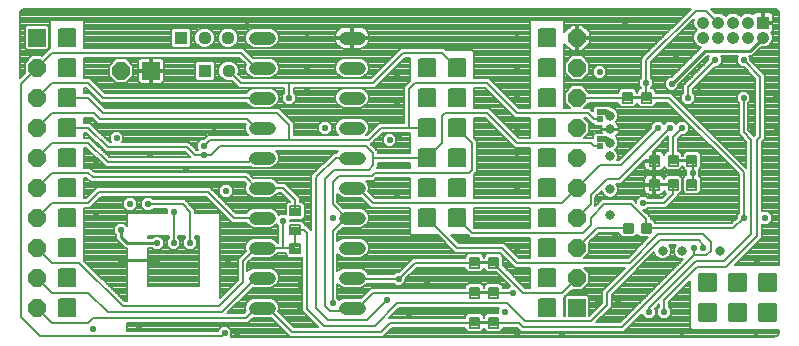
<source format=gbr>
G75*
G70*
%OFA0B0*%
%FSLAX24Y24*%
%IPPOS*%
%LPD*%
%AMOC8*
5,1,8,0,0,1.08239X$1,22.5*
%
%ADD10R,0.0591X0.0591*%
%ADD11OC8,0.0591*%
%ADD12C,0.0075*%
%ADD13C,0.0080*%
%ADD14C,0.0440*%
%ADD15R,0.0440X0.0440*%
%ADD16C,0.0440*%
%ADD17C,0.0514*%
%ADD18C,0.0050*%
%ADD19C,0.0320*%
%ADD20R,0.0200X0.0200*%
%ADD21C,0.0410*%
%ADD22R,0.0410X0.0410*%
%ADD23C,0.0103*%
%ADD24C,0.0220*%
%ADD25C,0.0100*%
%ADD26C,0.0200*%
D10*
X027885Y010183D03*
X013685Y018083D03*
X009885Y019183D03*
D11*
X009885Y018183D03*
X009885Y017183D03*
X009885Y016183D03*
X009885Y015183D03*
X009885Y014183D03*
X009885Y013183D03*
X009885Y012183D03*
X009885Y011183D03*
X009885Y010183D03*
X012685Y018083D03*
X027885Y018183D03*
X027885Y017183D03*
X027885Y016183D03*
X027885Y015183D03*
X027885Y014183D03*
X027885Y013183D03*
X027885Y012183D03*
X027885Y011183D03*
X027885Y019183D03*
D12*
X029420Y017343D02*
X029420Y017023D01*
X029420Y017343D02*
X029720Y017343D01*
X029720Y017023D01*
X029420Y017023D01*
X029420Y017097D02*
X029720Y017097D01*
X029720Y017171D02*
X029420Y017171D01*
X029420Y017245D02*
X029720Y017245D01*
X029720Y017319D02*
X029420Y017319D01*
X030049Y017343D02*
X030049Y017023D01*
X030049Y017343D02*
X030349Y017343D01*
X030349Y017023D01*
X030049Y017023D01*
X030049Y017097D02*
X030349Y017097D01*
X030349Y017171D02*
X030049Y017171D01*
X030049Y017245D02*
X030349Y017245D01*
X030349Y017319D02*
X030049Y017319D01*
X030605Y015243D02*
X030605Y014923D01*
X030305Y014923D01*
X030305Y015243D01*
X030605Y015243D01*
X030605Y014997D02*
X030305Y014997D01*
X030305Y015071D02*
X030605Y015071D01*
X030605Y015145D02*
X030305Y015145D01*
X030305Y015219D02*
X030605Y015219D01*
X031235Y015243D02*
X031235Y014923D01*
X030935Y014923D01*
X030935Y015243D01*
X031235Y015243D01*
X031235Y014997D02*
X030935Y014997D01*
X030935Y015071D02*
X031235Y015071D01*
X031235Y015145D02*
X030935Y015145D01*
X030935Y015219D02*
X031235Y015219D01*
X031864Y015243D02*
X031864Y014923D01*
X031564Y014923D01*
X031564Y015243D01*
X031864Y015243D01*
X031864Y014997D02*
X031564Y014997D01*
X031564Y015071D02*
X031864Y015071D01*
X031864Y015145D02*
X031564Y015145D01*
X031564Y015219D02*
X031864Y015219D01*
X031564Y014443D02*
X031564Y014123D01*
X031564Y014443D02*
X031864Y014443D01*
X031864Y014123D01*
X031564Y014123D01*
X031564Y014197D02*
X031864Y014197D01*
X031864Y014271D02*
X031564Y014271D01*
X031564Y014345D02*
X031864Y014345D01*
X031864Y014419D02*
X031564Y014419D01*
X030935Y014443D02*
X030935Y014123D01*
X030935Y014443D02*
X031235Y014443D01*
X031235Y014123D01*
X030935Y014123D01*
X030935Y014197D02*
X031235Y014197D01*
X031235Y014271D02*
X030935Y014271D01*
X030935Y014345D02*
X031235Y014345D01*
X031235Y014419D02*
X030935Y014419D01*
X030305Y014443D02*
X030305Y014123D01*
X030305Y014443D02*
X030605Y014443D01*
X030605Y014123D01*
X030305Y014123D01*
X030305Y014197D02*
X030605Y014197D01*
X030605Y014271D02*
X030305Y014271D01*
X030305Y014345D02*
X030605Y014345D01*
X030605Y014419D02*
X030305Y014419D01*
X025249Y011843D02*
X025249Y011523D01*
X024949Y011523D01*
X024949Y011843D01*
X025249Y011843D01*
X025249Y011597D02*
X024949Y011597D01*
X024949Y011671D02*
X025249Y011671D01*
X025249Y011745D02*
X024949Y011745D01*
X024949Y011819D02*
X025249Y011819D01*
X024620Y011843D02*
X024620Y011523D01*
X024320Y011523D01*
X024320Y011843D01*
X024620Y011843D01*
X024620Y011597D02*
X024320Y011597D01*
X024320Y011671D02*
X024620Y011671D01*
X024620Y011745D02*
X024320Y011745D01*
X024320Y011819D02*
X024620Y011819D01*
X024620Y010843D02*
X024620Y010523D01*
X024320Y010523D01*
X024320Y010843D01*
X024620Y010843D01*
X024620Y010597D02*
X024320Y010597D01*
X024320Y010671D02*
X024620Y010671D01*
X024620Y010745D02*
X024320Y010745D01*
X024320Y010819D02*
X024620Y010819D01*
X025249Y010843D02*
X025249Y010523D01*
X024949Y010523D01*
X024949Y010843D01*
X025249Y010843D01*
X025249Y010597D02*
X024949Y010597D01*
X024949Y010671D02*
X025249Y010671D01*
X025249Y010745D02*
X024949Y010745D01*
X024949Y010819D02*
X025249Y010819D01*
X025249Y009843D02*
X025249Y009523D01*
X024949Y009523D01*
X024949Y009843D01*
X025249Y009843D01*
X025249Y009597D02*
X024949Y009597D01*
X024949Y009671D02*
X025249Y009671D01*
X025249Y009745D02*
X024949Y009745D01*
X024949Y009819D02*
X025249Y009819D01*
X024620Y009843D02*
X024620Y009523D01*
X024320Y009523D01*
X024320Y009843D01*
X024620Y009843D01*
X024620Y009597D02*
X024320Y009597D01*
X024320Y009671D02*
X024620Y009671D01*
X024620Y009745D02*
X024320Y009745D01*
X024320Y009819D02*
X024620Y009819D01*
X018645Y012003D02*
X018325Y012003D01*
X018325Y012303D01*
X018645Y012303D01*
X018645Y012003D01*
X018645Y012077D02*
X018325Y012077D01*
X018325Y012151D02*
X018645Y012151D01*
X018645Y012225D02*
X018325Y012225D01*
X018325Y012299D02*
X018645Y012299D01*
X018645Y012633D02*
X018325Y012633D01*
X018325Y012933D01*
X018645Y012933D01*
X018645Y012633D01*
X018645Y012707D02*
X018325Y012707D01*
X018325Y012781D02*
X018645Y012781D01*
X018645Y012855D02*
X018325Y012855D01*
X018325Y012929D02*
X018645Y012929D01*
X018645Y013263D02*
X018325Y013263D01*
X018325Y013563D01*
X018645Y013563D01*
X018645Y013263D01*
X018645Y013337D02*
X018325Y013337D01*
X018325Y013411D02*
X018645Y013411D01*
X018645Y013485D02*
X018325Y013485D01*
X018325Y013559D02*
X018645Y013559D01*
D13*
X009985Y009233D02*
X009335Y009883D01*
X009335Y017633D01*
X009885Y018183D01*
X010385Y018683D01*
X016685Y018683D01*
X017185Y018183D01*
X017385Y018183D01*
X017672Y017843D02*
X017097Y017843D01*
X016972Y017894D01*
X016876Y017990D01*
X016825Y018115D01*
X016825Y018250D01*
X016844Y018297D01*
X016618Y018523D01*
X011464Y018523D01*
X011464Y017843D01*
X011651Y017843D01*
X011745Y017749D01*
X012151Y017343D01*
X016863Y017343D01*
X016876Y017375D01*
X016972Y017471D01*
X017097Y017523D01*
X017672Y017523D01*
X017797Y017471D01*
X017893Y017375D01*
X017945Y017250D01*
X017945Y017115D01*
X017893Y016990D01*
X017797Y016894D01*
X017672Y016843D01*
X017097Y016843D01*
X016972Y016894D01*
X016876Y016990D01*
X016863Y017023D01*
X012018Y017023D01*
X011518Y017523D01*
X011464Y017523D01*
X011464Y017343D01*
X011651Y017343D01*
X012151Y016843D01*
X017951Y016843D01*
X018351Y016443D01*
X018445Y016349D01*
X018445Y015943D01*
X019924Y015943D01*
X019876Y015990D01*
X019825Y016115D01*
X019825Y016250D01*
X019876Y016375D01*
X019972Y016471D01*
X020097Y016523D01*
X020672Y016523D01*
X020797Y016471D01*
X020893Y016375D01*
X020945Y016250D01*
X020945Y016115D01*
X020893Y015990D01*
X020845Y015943D01*
X020868Y015943D01*
X021175Y016249D01*
X021268Y016343D01*
X022125Y016343D01*
X022125Y017549D01*
X022218Y017643D01*
X022218Y017643D01*
X022305Y017730D01*
X022305Y018523D01*
X022151Y018523D01*
X021151Y017523D01*
X018445Y017523D01*
X018445Y017348D01*
X018515Y017278D01*
X018515Y017087D01*
X018380Y016953D01*
X018189Y016953D01*
X018055Y017087D01*
X018055Y017278D01*
X018125Y017348D01*
X018125Y017523D01*
X016606Y017523D01*
X016372Y017756D01*
X016340Y017743D01*
X016204Y017743D01*
X016079Y017794D01*
X015984Y017890D01*
X015932Y018015D01*
X015932Y018150D01*
X015984Y018275D01*
X016079Y018371D01*
X016204Y018423D01*
X016340Y018423D01*
X016465Y018371D01*
X016560Y018275D01*
X016612Y018150D01*
X016612Y018015D01*
X016598Y017982D01*
X016738Y017843D01*
X021018Y017843D01*
X022018Y018843D01*
X023451Y018843D01*
X023531Y018762D01*
X024417Y018762D01*
X024464Y018716D01*
X024464Y017843D01*
X024951Y017843D01*
X025951Y016843D01*
X026305Y016843D01*
X026305Y019716D01*
X026352Y019762D01*
X027417Y019762D01*
X027464Y019716D01*
X027464Y019378D01*
X027704Y019618D01*
X027845Y019618D01*
X027845Y019223D01*
X027925Y019223D01*
X028320Y019223D01*
X030749Y019223D01*
X030827Y019302D02*
X028320Y019302D01*
X028320Y019363D02*
X028065Y019618D01*
X027925Y019618D01*
X027925Y019223D01*
X027925Y019143D01*
X028320Y019143D01*
X028320Y019002D01*
X028065Y018747D01*
X027925Y018747D01*
X027925Y019143D01*
X027845Y019143D01*
X027845Y018747D01*
X027704Y018747D01*
X027464Y018988D01*
X027464Y016843D01*
X027637Y016843D01*
X027469Y017011D01*
X027469Y017355D01*
X027713Y017598D01*
X028057Y017598D01*
X028300Y017355D01*
X028300Y017343D01*
X029263Y017343D01*
X029263Y017407D01*
X029355Y017500D01*
X029784Y017500D01*
X029877Y017407D01*
X029877Y017353D01*
X029892Y017353D01*
X029892Y017407D01*
X029985Y017500D01*
X030025Y017500D01*
X030025Y017517D01*
X029955Y017587D01*
X029955Y017778D01*
X030025Y017848D01*
X030025Y018499D01*
X030118Y018593D01*
X031668Y020143D01*
X009475Y020143D01*
X009441Y020139D01*
X009409Y020128D01*
X009381Y020110D01*
X009357Y020086D01*
X009339Y020058D01*
X009328Y020026D01*
X009325Y019993D01*
X009325Y017849D01*
X009478Y018002D01*
X009469Y018011D01*
X009469Y018355D01*
X009713Y018598D01*
X010057Y018598D01*
X010065Y018589D01*
X010225Y018749D01*
X010225Y018749D01*
X010305Y018830D01*
X010305Y019716D01*
X010352Y019762D01*
X011417Y019762D01*
X011464Y019716D01*
X011464Y018843D01*
X016751Y018843D01*
X017078Y018515D01*
X017097Y018523D01*
X017672Y018523D01*
X017797Y018471D01*
X017893Y018375D01*
X017945Y018250D01*
X017945Y018115D01*
X017893Y017990D01*
X017797Y017894D01*
X017672Y017843D01*
X017783Y017889D02*
X019986Y017889D01*
X019972Y017894D02*
X020097Y017843D01*
X020672Y017843D01*
X020797Y017894D01*
X020893Y017990D01*
X020945Y018115D01*
X020945Y018250D01*
X020893Y018375D01*
X020797Y018471D01*
X020672Y018523D01*
X020097Y018523D01*
X019972Y018471D01*
X019876Y018375D01*
X019825Y018250D01*
X019825Y018115D01*
X019876Y017990D01*
X019972Y017894D01*
X019899Y017967D02*
X017870Y017967D01*
X017916Y018046D02*
X019853Y018046D01*
X019825Y018124D02*
X017945Y018124D01*
X017945Y018203D02*
X019825Y018203D01*
X019837Y018281D02*
X017932Y018281D01*
X017899Y018360D02*
X019870Y018360D01*
X019939Y018438D02*
X017830Y018438D01*
X017687Y018517D02*
X020082Y018517D01*
X020129Y018823D02*
X020345Y018823D01*
X020345Y019143D01*
X020425Y019143D01*
X020425Y019223D01*
X020345Y019223D01*
X020345Y019543D01*
X020129Y019543D01*
X020060Y019529D01*
X019994Y019502D01*
X019935Y019462D01*
X019885Y019412D01*
X019845Y019353D01*
X019818Y019288D01*
X019805Y019223D01*
X020345Y019223D01*
X020425Y019223D01*
X020964Y019223D01*
X020951Y019288D01*
X020924Y019353D01*
X020884Y019412D01*
X020834Y019462D01*
X020775Y019502D01*
X020710Y019529D01*
X020640Y019543D01*
X020425Y019543D01*
X020425Y019223D01*
X020425Y019145D02*
X026305Y019145D01*
X026305Y019223D02*
X020964Y019223D01*
X020964Y019143D02*
X020425Y019143D01*
X020425Y018823D01*
X020640Y018823D01*
X020710Y018837D01*
X020775Y018864D01*
X020834Y018903D01*
X020884Y018953D01*
X020924Y019012D01*
X020951Y019078D01*
X020964Y019143D01*
X020946Y019066D02*
X026305Y019066D01*
X026305Y018988D02*
X020907Y018988D01*
X020840Y018909D02*
X026305Y018909D01*
X026305Y018831D02*
X023463Y018831D01*
X023385Y018683D02*
X022085Y018683D01*
X021085Y017683D01*
X018285Y017683D01*
X018285Y017183D01*
X018515Y017182D02*
X019825Y017182D01*
X019825Y017115D02*
X019825Y017250D01*
X019876Y017375D01*
X019972Y017471D01*
X020097Y017523D01*
X020672Y017523D01*
X020797Y017471D01*
X020893Y017375D01*
X020945Y017250D01*
X020945Y017115D01*
X020893Y016990D01*
X020797Y016894D01*
X020672Y016843D01*
X020097Y016843D01*
X019972Y016894D01*
X019876Y016990D01*
X019825Y017115D01*
X019829Y017104D02*
X018515Y017104D01*
X018452Y017025D02*
X019862Y017025D01*
X019920Y016947D02*
X017849Y016947D01*
X017907Y017025D02*
X018117Y017025D01*
X018055Y017104D02*
X017940Y017104D01*
X017945Y017182D02*
X018055Y017182D01*
X018055Y017261D02*
X017940Y017261D01*
X017908Y017339D02*
X018116Y017339D01*
X018125Y017418D02*
X017850Y017418D01*
X017736Y017496D02*
X018125Y017496D01*
X018285Y017683D02*
X016672Y017683D01*
X016272Y018083D01*
X016590Y018203D02*
X016825Y018203D01*
X016825Y018124D02*
X016612Y018124D01*
X016612Y018046D02*
X016853Y018046D01*
X016899Y017967D02*
X016614Y017967D01*
X016692Y017889D02*
X016986Y017889D01*
X016554Y017575D02*
X011919Y017575D01*
X011840Y017653D02*
X013349Y017653D01*
X013335Y017657D02*
X013371Y017647D01*
X013645Y017647D01*
X013645Y018043D01*
X013725Y018043D01*
X013725Y018123D01*
X014120Y018123D01*
X014120Y018396D01*
X014110Y018432D01*
X014092Y018464D01*
X014066Y018490D01*
X014034Y018508D01*
X013998Y018518D01*
X013725Y018518D01*
X013725Y018123D01*
X013645Y018123D01*
X013645Y018518D01*
X013371Y018518D01*
X013335Y018508D01*
X013303Y018490D01*
X013277Y018464D01*
X013259Y018432D01*
X013249Y018396D01*
X013249Y018123D01*
X013645Y018123D01*
X013645Y018043D01*
X013249Y018043D01*
X013249Y017769D01*
X013259Y017733D01*
X013277Y017701D01*
X013303Y017675D01*
X013335Y017657D01*
X013260Y017732D02*
X012921Y017732D01*
X012857Y017667D02*
X013100Y017911D01*
X013100Y018255D01*
X012857Y018498D01*
X012513Y018498D01*
X012269Y018255D01*
X012269Y017911D01*
X012513Y017667D01*
X012857Y017667D01*
X012999Y017810D02*
X013249Y017810D01*
X013249Y017889D02*
X013078Y017889D01*
X013100Y017967D02*
X013249Y017967D01*
X013249Y018124D02*
X013100Y018124D01*
X013100Y018046D02*
X013645Y018046D01*
X013645Y018124D02*
X013725Y018124D01*
X013725Y018046D02*
X015145Y018046D01*
X015145Y018124D02*
X014120Y018124D01*
X014120Y018203D02*
X015145Y018203D01*
X015145Y018281D02*
X014120Y018281D01*
X014120Y018360D02*
X015152Y018360D01*
X015145Y018352D02*
X015145Y017813D01*
X015215Y017743D01*
X015754Y017743D01*
X015825Y017813D01*
X015825Y018352D01*
X015754Y018423D01*
X015215Y018423D01*
X015145Y018352D01*
X015817Y018360D02*
X016068Y018360D01*
X015990Y018281D02*
X015825Y018281D01*
X015825Y018203D02*
X015954Y018203D01*
X015932Y018124D02*
X015825Y018124D01*
X015825Y018046D02*
X015932Y018046D01*
X015952Y017967D02*
X015825Y017967D01*
X015825Y017889D02*
X015985Y017889D01*
X016064Y017810D02*
X015822Y017810D01*
X015147Y017810D02*
X014120Y017810D01*
X014120Y017769D02*
X014120Y018043D01*
X013725Y018043D01*
X013725Y017647D01*
X013998Y017647D01*
X014034Y017657D01*
X014066Y017675D01*
X014092Y017701D01*
X014110Y017733D01*
X014120Y017769D01*
X014109Y017732D02*
X016397Y017732D01*
X016475Y017653D02*
X014020Y017653D01*
X014120Y017889D02*
X015145Y017889D01*
X015145Y017967D02*
X014120Y017967D01*
X013725Y017967D02*
X013645Y017967D01*
X013645Y017889D02*
X013725Y017889D01*
X013725Y017810D02*
X013645Y017810D01*
X013645Y017732D02*
X013725Y017732D01*
X013725Y017653D02*
X013645Y017653D01*
X013645Y018203D02*
X013725Y018203D01*
X013725Y018281D02*
X013645Y018281D01*
X013645Y018360D02*
X013725Y018360D01*
X013725Y018438D02*
X013645Y018438D01*
X013645Y018517D02*
X013725Y018517D01*
X014003Y018517D02*
X016624Y018517D01*
X016703Y018438D02*
X014107Y018438D01*
X014415Y018843D02*
X014954Y018843D01*
X015025Y018913D01*
X015025Y019452D01*
X014954Y019523D01*
X014415Y019523D01*
X014345Y019452D01*
X014345Y018913D01*
X014415Y018843D01*
X014348Y018909D02*
X011464Y018909D01*
X011464Y018988D02*
X014345Y018988D01*
X014345Y019066D02*
X011464Y019066D01*
X011464Y019145D02*
X014345Y019145D01*
X014345Y019223D02*
X011464Y019223D01*
X011464Y019302D02*
X014345Y019302D01*
X014345Y019380D02*
X011464Y019380D01*
X011464Y019459D02*
X014351Y019459D01*
X015018Y019459D02*
X015267Y019459D01*
X015279Y019471D02*
X015184Y019375D01*
X015132Y019250D01*
X015132Y019115D01*
X015184Y018990D01*
X015279Y018894D01*
X015404Y018843D01*
X015540Y018843D01*
X015665Y018894D01*
X015760Y018990D01*
X015812Y019115D01*
X015812Y019250D01*
X015760Y019375D01*
X015665Y019471D01*
X015540Y019523D01*
X015404Y019523D01*
X015279Y019471D01*
X015189Y019380D02*
X015025Y019380D01*
X015025Y019302D02*
X015153Y019302D01*
X015132Y019223D02*
X015025Y019223D01*
X015025Y019145D02*
X015132Y019145D01*
X015152Y019066D02*
X015025Y019066D01*
X015025Y018988D02*
X015186Y018988D01*
X015265Y018909D02*
X015021Y018909D01*
X015679Y018909D02*
X016052Y018909D01*
X016067Y018894D02*
X016192Y018843D01*
X016327Y018843D01*
X016452Y018894D01*
X016548Y018990D01*
X016599Y019115D01*
X016599Y019250D01*
X016548Y019375D01*
X016452Y019471D01*
X016327Y019523D01*
X016192Y019523D01*
X016067Y019471D01*
X015971Y019375D01*
X015919Y019250D01*
X015919Y019115D01*
X015971Y018990D01*
X016067Y018894D01*
X015973Y018988D02*
X015758Y018988D01*
X015792Y019066D02*
X015940Y019066D01*
X015919Y019145D02*
X015812Y019145D01*
X015812Y019223D02*
X015919Y019223D01*
X015941Y019302D02*
X015791Y019302D01*
X015755Y019380D02*
X015976Y019380D01*
X016055Y019459D02*
X015677Y019459D01*
X016464Y019459D02*
X016960Y019459D01*
X016972Y019471D02*
X016876Y019375D01*
X016825Y019250D01*
X016825Y019115D01*
X016876Y018990D01*
X016972Y018894D01*
X017097Y018843D01*
X017672Y018843D01*
X017797Y018894D01*
X017893Y018990D01*
X017945Y019115D01*
X017945Y019250D01*
X017893Y019375D01*
X017797Y019471D01*
X017672Y019523D01*
X017097Y019523D01*
X016972Y019471D01*
X016881Y019380D02*
X016543Y019380D01*
X016578Y019302D02*
X016846Y019302D01*
X016825Y019223D02*
X016599Y019223D01*
X016599Y019145D02*
X016825Y019145D01*
X016845Y019066D02*
X016579Y019066D01*
X016545Y018988D02*
X016879Y018988D01*
X016957Y018909D02*
X016467Y018909D01*
X016763Y018831D02*
X020089Y018831D01*
X020060Y018837D02*
X020129Y018823D01*
X020060Y018837D02*
X019994Y018864D01*
X019935Y018903D01*
X019885Y018953D01*
X019845Y019012D01*
X019818Y019078D01*
X019805Y019143D01*
X020345Y019143D01*
X020345Y019223D01*
X020345Y019145D02*
X017945Y019145D01*
X017945Y019223D02*
X019806Y019223D01*
X019824Y019302D02*
X017923Y019302D01*
X017888Y019380D02*
X019864Y019380D01*
X019931Y019459D02*
X017809Y019459D01*
X017924Y019066D02*
X019823Y019066D01*
X019862Y018988D02*
X017890Y018988D01*
X017812Y018909D02*
X019929Y018909D01*
X020345Y018909D02*
X020425Y018909D01*
X020425Y018831D02*
X020345Y018831D01*
X020345Y018988D02*
X020425Y018988D01*
X020425Y019066D02*
X020345Y019066D01*
X020680Y018831D02*
X022006Y018831D01*
X021928Y018752D02*
X016841Y018752D01*
X016920Y018674D02*
X021849Y018674D01*
X021771Y018595D02*
X016998Y018595D01*
X017077Y018517D02*
X017082Y018517D01*
X016781Y018360D02*
X016476Y018360D01*
X016554Y018281D02*
X016837Y018281D01*
X017033Y017496D02*
X011997Y017496D01*
X012076Y017418D02*
X016919Y017418D01*
X017385Y017183D02*
X012085Y017183D01*
X011585Y017683D01*
X010385Y017683D01*
X010235Y017533D01*
X009885Y017183D01*
X010385Y016683D02*
X011785Y016683D01*
X011985Y016483D01*
X016885Y016483D01*
X017185Y016183D01*
X017385Y016183D01*
X016924Y015943D02*
X015568Y015943D01*
X015438Y015813D01*
X015339Y015813D01*
X015205Y015678D01*
X015205Y015487D01*
X015249Y015443D01*
X015201Y015443D01*
X014951Y015693D01*
X012720Y015693D01*
X012765Y015737D01*
X012765Y015928D01*
X012630Y016063D01*
X012439Y016063D01*
X012305Y015928D01*
X012305Y015737D01*
X012349Y015693D01*
X012301Y015693D01*
X011745Y016249D01*
X011651Y016343D01*
X011464Y016343D01*
X011464Y016523D01*
X011718Y016523D01*
X011825Y016416D01*
X011918Y016323D01*
X016818Y016323D01*
X016844Y016297D01*
X016825Y016250D01*
X016825Y016115D01*
X016876Y015990D01*
X016924Y015943D01*
X016870Y016005D02*
X012688Y016005D01*
X012765Y015926D02*
X015552Y015926D01*
X015473Y015848D02*
X012765Y015848D01*
X012765Y015769D02*
X015296Y015769D01*
X015217Y015691D02*
X014953Y015691D01*
X015031Y015612D02*
X015205Y015612D01*
X015205Y015534D02*
X015110Y015534D01*
X015188Y015455D02*
X015237Y015455D01*
X015135Y015283D02*
X015435Y015283D01*
X015685Y015283D01*
X015985Y015583D01*
X020835Y015583D01*
X021085Y015333D01*
X021085Y015183D01*
X022885Y015183D01*
X023385Y015683D01*
X023385Y016583D01*
X023485Y016683D01*
X024885Y016683D01*
X025885Y015683D01*
X028335Y015683D01*
X028455Y015563D01*
X028635Y015563D01*
X029155Y015458D02*
X029222Y015524D01*
X029265Y015627D01*
X029265Y015738D01*
X029222Y015841D01*
X029168Y015895D01*
X029176Y015900D01*
X029218Y015941D01*
X029250Y015991D01*
X029273Y016045D01*
X029285Y016103D01*
X029285Y016123D01*
X028995Y016123D01*
X028995Y016143D01*
X029285Y016143D01*
X029285Y016162D01*
X029273Y016220D01*
X029250Y016275D01*
X029218Y016324D01*
X029176Y016366D01*
X029168Y016371D01*
X029222Y016424D01*
X029265Y016527D01*
X029265Y016638D01*
X029222Y016741D01*
X029143Y016820D01*
X029040Y016863D01*
X029016Y016863D01*
X028956Y016923D01*
X028485Y016923D01*
X028415Y016852D01*
X028415Y016729D01*
X028395Y016749D01*
X028301Y016843D01*
X028132Y016843D01*
X028300Y017011D01*
X028300Y017023D01*
X029263Y017023D01*
X029263Y016958D01*
X029355Y016866D01*
X029784Y016866D01*
X029877Y016958D01*
X029877Y017013D01*
X029892Y017013D01*
X029892Y016958D01*
X029985Y016866D01*
X030414Y016866D01*
X030506Y016958D01*
X030506Y017023D01*
X030883Y017023D01*
X033275Y014631D01*
X033275Y013348D01*
X033205Y013278D01*
X033205Y013179D01*
X033018Y012993D01*
X030477Y012993D01*
X030477Y013039D01*
X030377Y013140D01*
X030340Y013140D01*
X030340Y013204D01*
X030091Y013453D01*
X030180Y013453D01*
X030250Y013523D01*
X030851Y013523D01*
X031151Y013823D01*
X031245Y013916D01*
X031245Y013966D01*
X031299Y013966D01*
X031392Y014058D01*
X031392Y014507D01*
X031299Y014600D01*
X030870Y014600D01*
X030778Y014507D01*
X030778Y014481D01*
X030770Y014511D01*
X030746Y014551D01*
X030713Y014584D01*
X030673Y014607D01*
X030628Y014620D01*
X030495Y014620D01*
X030495Y014453D01*
X030468Y014453D01*
X030415Y014399D01*
X030415Y014620D01*
X030282Y014620D01*
X030237Y014607D01*
X030196Y014584D01*
X030163Y014551D01*
X030140Y014511D01*
X030128Y014465D01*
X030128Y014323D01*
X030375Y014323D01*
X030375Y014243D01*
X030128Y014243D01*
X030128Y014100D01*
X030140Y014055D01*
X030163Y014014D01*
X030196Y013981D01*
X030237Y013958D01*
X030282Y013946D01*
X030415Y013946D01*
X030415Y014166D01*
X030468Y014113D01*
X030495Y014113D01*
X030495Y013946D01*
X030628Y013946D01*
X030673Y013958D01*
X030713Y013981D01*
X030746Y014014D01*
X030770Y014055D01*
X030778Y014085D01*
X030778Y014058D01*
X030856Y013980D01*
X030718Y013843D01*
X030250Y013843D01*
X030180Y013913D01*
X029989Y013913D01*
X029855Y013778D01*
X029855Y013689D01*
X029845Y013699D01*
X029751Y013793D01*
X028718Y013793D01*
X028495Y013569D01*
X028495Y013866D01*
X028705Y014077D01*
X028747Y013974D01*
X028826Y013895D01*
X028929Y013853D01*
X029040Y013853D01*
X029143Y013895D01*
X029222Y013974D01*
X029265Y014077D01*
X029265Y014188D01*
X029222Y014291D01*
X029190Y014323D01*
X029351Y014323D01*
X029445Y014416D01*
X030151Y015123D01*
X030415Y015123D01*
X030415Y015386D01*
X030925Y015896D01*
X030925Y015816D01*
X030925Y015400D01*
X030870Y015400D01*
X030778Y015307D01*
X030778Y015281D01*
X030770Y015311D01*
X030746Y015351D01*
X030713Y015384D01*
X030673Y015407D01*
X030628Y015420D01*
X030495Y015420D01*
X030495Y015123D01*
X030415Y015123D01*
X030415Y015043D01*
X030495Y015043D01*
X030495Y014746D01*
X030628Y014746D01*
X030673Y014758D01*
X030713Y014781D01*
X030746Y014814D01*
X030770Y014855D01*
X030778Y014885D01*
X030778Y014858D01*
X030870Y014766D01*
X031299Y014766D01*
X031392Y014858D01*
X031392Y014913D01*
X031407Y014913D01*
X031407Y014858D01*
X031500Y014766D01*
X031505Y014766D01*
X031505Y014600D01*
X031500Y014600D01*
X031407Y014507D01*
X031407Y014058D01*
X031500Y013966D01*
X031929Y013966D01*
X032021Y014058D01*
X032021Y014507D01*
X031953Y014576D01*
X031965Y014587D01*
X031965Y014778D01*
X031953Y014790D01*
X032021Y014858D01*
X032021Y015307D01*
X031929Y015400D01*
X031500Y015400D01*
X031407Y015307D01*
X031407Y015253D01*
X031392Y015253D01*
X031392Y015307D01*
X031299Y015400D01*
X031245Y015400D01*
X031245Y015816D01*
X031381Y015953D01*
X031480Y015953D01*
X031615Y016087D01*
X031615Y016278D01*
X031480Y016413D01*
X031289Y016413D01*
X031185Y016308D01*
X031080Y016413D01*
X030889Y016413D01*
X030785Y016308D01*
X030680Y016413D01*
X030489Y016413D01*
X030355Y016278D01*
X030355Y016179D01*
X029268Y015093D01*
X029230Y015093D01*
X029265Y015177D01*
X029265Y015288D01*
X029222Y015391D01*
X029155Y015458D01*
X029158Y015455D02*
X029631Y015455D01*
X029709Y015534D02*
X029226Y015534D01*
X029258Y015612D02*
X029788Y015612D01*
X029866Y015691D02*
X029265Y015691D01*
X029252Y015769D02*
X029945Y015769D01*
X030023Y015848D02*
X029215Y015848D01*
X029202Y015926D02*
X030102Y015926D01*
X030180Y016005D02*
X029256Y016005D01*
X029281Y016083D02*
X030259Y016083D01*
X030337Y016162D02*
X029285Y016162D01*
X029265Y016240D02*
X030355Y016240D01*
X030395Y016319D02*
X029221Y016319D01*
X029195Y016397D02*
X030474Y016397D01*
X030695Y016397D02*
X030874Y016397D01*
X030795Y016319D02*
X030774Y016319D01*
X030935Y016183D02*
X030985Y016183D01*
X029285Y014483D01*
X028885Y014483D01*
X028335Y013933D01*
X028335Y013633D01*
X027885Y013183D01*
X028335Y013183D02*
X028335Y012933D01*
X028085Y012683D01*
X024385Y012683D01*
X023885Y013183D01*
X024464Y013179D02*
X026305Y013179D01*
X026305Y013257D02*
X024464Y013257D01*
X024464Y013336D02*
X026305Y013336D01*
X026305Y013414D02*
X024464Y013414D01*
X024464Y013493D02*
X026305Y013493D01*
X026305Y013523D02*
X026305Y012843D01*
X024464Y012843D01*
X024464Y013523D01*
X026305Y013523D01*
X026305Y013843D02*
X024464Y013843D01*
X024464Y014636D01*
X024545Y014716D01*
X024545Y015749D01*
X024464Y015830D01*
X024464Y016523D01*
X024818Y016523D01*
X025818Y015523D01*
X026305Y015523D01*
X026305Y013843D01*
X026305Y013885D02*
X024464Y013885D01*
X024464Y013964D02*
X026305Y013964D01*
X026305Y014042D02*
X024464Y014042D01*
X024464Y014121D02*
X026305Y014121D01*
X026305Y014199D02*
X024464Y014199D01*
X024464Y014278D02*
X026305Y014278D01*
X026305Y014356D02*
X024464Y014356D01*
X024464Y014435D02*
X026305Y014435D01*
X026305Y014513D02*
X024464Y014513D01*
X024464Y014592D02*
X026305Y014592D01*
X026305Y014670D02*
X024498Y014670D01*
X024545Y014749D02*
X026305Y014749D01*
X026305Y014827D02*
X024545Y014827D01*
X024545Y014906D02*
X026305Y014906D01*
X026305Y014984D02*
X024545Y014984D01*
X024545Y015063D02*
X026305Y015063D01*
X026305Y015141D02*
X024545Y015141D01*
X024545Y015220D02*
X026305Y015220D01*
X026305Y015298D02*
X024545Y015298D01*
X024545Y015377D02*
X026305Y015377D01*
X026305Y015455D02*
X024545Y015455D01*
X024545Y015534D02*
X025807Y015534D01*
X025729Y015612D02*
X024545Y015612D01*
X024545Y015691D02*
X025650Y015691D01*
X025572Y015769D02*
X024524Y015769D01*
X024464Y015848D02*
X025493Y015848D01*
X025415Y015926D02*
X024464Y015926D01*
X024464Y016005D02*
X025336Y016005D01*
X025258Y016083D02*
X024464Y016083D01*
X024464Y016162D02*
X025179Y016162D01*
X025101Y016240D02*
X024464Y016240D01*
X024464Y016319D02*
X025022Y016319D01*
X024944Y016397D02*
X024464Y016397D01*
X024464Y016476D02*
X024865Y016476D01*
X025082Y016711D02*
X025630Y016711D01*
X025708Y016633D02*
X025161Y016633D01*
X025239Y016554D02*
X025787Y016554D01*
X025818Y016523D02*
X024818Y017523D01*
X024464Y017523D01*
X024464Y016843D01*
X024951Y016843D01*
X025045Y016749D01*
X025951Y015843D01*
X026305Y015843D01*
X026305Y016523D01*
X025818Y016523D01*
X025885Y016683D02*
X024885Y017683D01*
X022485Y017683D01*
X022285Y017483D01*
X022285Y016183D01*
X022885Y016183D01*
X022285Y016183D02*
X021335Y016183D01*
X020935Y015783D01*
X018285Y015783D01*
X018285Y016283D01*
X017885Y016683D01*
X012085Y016683D01*
X011585Y017183D01*
X010885Y017183D01*
X011464Y017418D02*
X011623Y017418D01*
X011654Y017339D02*
X011702Y017339D01*
X011733Y017261D02*
X011780Y017261D01*
X011811Y017182D02*
X011859Y017182D01*
X011890Y017104D02*
X011937Y017104D01*
X011968Y017025D02*
X012016Y017025D01*
X012047Y016947D02*
X016920Y016947D01*
X017035Y016868D02*
X012125Y016868D01*
X011765Y016476D02*
X011464Y016476D01*
X011464Y016397D02*
X011844Y016397D01*
X011745Y016249D02*
X011745Y016249D01*
X011753Y016240D02*
X016825Y016240D01*
X016825Y016162D02*
X011832Y016162D01*
X011910Y016083D02*
X016838Y016083D01*
X016822Y016319D02*
X011675Y016319D01*
X011585Y016183D02*
X010885Y016183D01*
X010635Y016183D01*
X010385Y016683D02*
X009885Y016183D01*
X010385Y015683D02*
X011585Y015683D01*
X012235Y015033D01*
X016935Y015033D01*
X017085Y015183D01*
X017385Y015183D01*
X017797Y014894D02*
X017893Y014990D01*
X017945Y015115D01*
X017945Y015250D01*
X017893Y015375D01*
X017845Y015423D01*
X019924Y015423D01*
X019876Y015375D01*
X019863Y015343D01*
X019768Y015343D01*
X019675Y015249D01*
X019025Y014599D01*
X019025Y012769D01*
X018851Y012943D01*
X018801Y012943D01*
X019025Y012943D01*
X019025Y012865D02*
X018929Y012865D01*
X019007Y012786D02*
X019025Y012786D01*
X018885Y012683D02*
X018785Y012783D01*
X018485Y012783D01*
X018495Y012733D02*
X018475Y012733D01*
X018475Y012233D01*
X018495Y012233D01*
X018495Y012733D01*
X018495Y012708D02*
X018475Y012708D01*
X018475Y012629D02*
X018495Y012629D01*
X018495Y012551D02*
X018475Y012551D01*
X018475Y012472D02*
X018495Y012472D01*
X018495Y012394D02*
X018475Y012394D01*
X018475Y012315D02*
X018495Y012315D01*
X018495Y012237D02*
X018475Y012237D01*
X018455Y012183D02*
X018485Y012153D01*
X018455Y012183D02*
X018085Y012183D01*
X018085Y013083D01*
X018315Y013090D02*
X018315Y013106D01*
X018709Y013106D01*
X018801Y013198D01*
X018801Y013627D01*
X018709Y013720D01*
X018645Y013720D01*
X018645Y013849D01*
X018151Y014343D01*
X017906Y014343D01*
X017893Y014375D01*
X017797Y014471D01*
X017672Y014523D01*
X017097Y014523D01*
X017078Y014515D01*
X016901Y014693D01*
X011801Y014693D01*
X011651Y014843D01*
X011464Y014843D01*
X011464Y015523D01*
X011518Y015523D01*
X012075Y014966D01*
X012168Y014873D01*
X017001Y014873D01*
X017008Y014880D01*
X017097Y014843D01*
X017672Y014843D01*
X017797Y014894D01*
X017808Y014906D02*
X019331Y014906D01*
X019410Y014984D02*
X017887Y014984D01*
X017923Y015063D02*
X019488Y015063D01*
X019567Y015141D02*
X017945Y015141D01*
X017945Y015220D02*
X019645Y015220D01*
X019724Y015298D02*
X017925Y015298D01*
X017891Y015377D02*
X019878Y015377D01*
X019835Y015183D02*
X020385Y015183D01*
X019835Y015183D02*
X019185Y014533D01*
X019185Y010183D01*
X019585Y009783D01*
X020885Y009783D01*
X021535Y010433D01*
X021885Y010333D02*
X021135Y009583D01*
X019435Y009583D01*
X018885Y010133D01*
X018885Y012683D01*
X018801Y012943D02*
X018801Y012997D01*
X018709Y013090D01*
X018315Y013090D01*
X018315Y013100D02*
X019025Y013100D01*
X019025Y013022D02*
X018777Y013022D01*
X018782Y013179D02*
X019025Y013179D01*
X019025Y013257D02*
X018801Y013257D01*
X018801Y013336D02*
X019025Y013336D01*
X019025Y013414D02*
X018801Y013414D01*
X018801Y013493D02*
X019025Y013493D01*
X019025Y013571D02*
X018801Y013571D01*
X018779Y013650D02*
X019025Y013650D01*
X019025Y013728D02*
X018645Y013728D01*
X018645Y013807D02*
X019025Y013807D01*
X019025Y013885D02*
X018608Y013885D01*
X018530Y013964D02*
X019025Y013964D01*
X019025Y014042D02*
X018451Y014042D01*
X018373Y014121D02*
X019025Y014121D01*
X019025Y014199D02*
X018294Y014199D01*
X018216Y014278D02*
X019025Y014278D01*
X019025Y014356D02*
X017901Y014356D01*
X017833Y014435D02*
X019025Y014435D01*
X019025Y014513D02*
X017695Y014513D01*
X017385Y014183D02*
X017185Y014183D01*
X016835Y014533D01*
X011735Y014533D01*
X011585Y014683D01*
X010385Y014683D01*
X009885Y014183D01*
X010385Y013683D02*
X011585Y013683D01*
X011935Y014033D01*
X015585Y014033D01*
X016435Y013183D01*
X017385Y013183D01*
X017672Y012843D02*
X017097Y012843D01*
X016972Y012894D01*
X016876Y012990D01*
X016863Y013023D01*
X016368Y013023D01*
X016275Y013116D01*
X015518Y013873D01*
X012001Y013873D01*
X011745Y013616D01*
X011651Y013523D01*
X011464Y013523D01*
X011464Y011730D01*
X012801Y010393D01*
X012885Y010393D01*
X012885Y012163D01*
X012814Y012163D01*
X012614Y012363D01*
X012515Y012462D01*
X012515Y012627D01*
X012455Y012687D01*
X012455Y012878D01*
X012589Y013013D01*
X012780Y013013D01*
X012885Y012908D01*
X012885Y013333D01*
X014205Y013333D01*
X014205Y013473D01*
X013750Y013473D01*
X013680Y013403D01*
X013489Y013403D01*
X013355Y013537D01*
X013355Y013728D01*
X013214Y013728D01*
X013215Y013728D02*
X013080Y013863D01*
X012889Y013863D01*
X012755Y013728D01*
X011856Y013728D01*
X011778Y013650D02*
X012755Y013650D01*
X012755Y013728D02*
X012755Y013537D01*
X012889Y013403D01*
X013080Y013403D01*
X013215Y013537D01*
X013215Y013728D01*
X013215Y013650D02*
X013355Y013650D01*
X013355Y013728D02*
X013489Y013863D01*
X013680Y013863D01*
X013750Y013793D01*
X014801Y013793D01*
X015051Y013543D01*
X015051Y013543D01*
X015145Y013449D01*
X015145Y013333D01*
X015985Y013333D01*
X015985Y010509D01*
X016575Y011099D01*
X016575Y011799D01*
X016668Y011893D01*
X016668Y011893D01*
X016844Y012068D01*
X016825Y012115D01*
X016825Y012250D01*
X016876Y012375D01*
X016972Y012471D01*
X017097Y012523D01*
X017672Y012523D01*
X017797Y012471D01*
X017893Y012375D01*
X017906Y012343D01*
X017925Y012343D01*
X017925Y012917D01*
X017872Y012970D01*
X017797Y012894D01*
X017672Y012843D01*
X017725Y012865D02*
X017925Y012865D01*
X017925Y012786D02*
X015985Y012786D01*
X015985Y012708D02*
X017925Y012708D01*
X017925Y012629D02*
X015985Y012629D01*
X015985Y012551D02*
X017925Y012551D01*
X017925Y012472D02*
X017794Y012472D01*
X017874Y012394D02*
X017925Y012394D01*
X018085Y012183D02*
X017385Y012183D01*
X017185Y012183D01*
X016735Y011733D01*
X016735Y011033D01*
X015935Y010233D01*
X012735Y010233D01*
X011285Y011683D01*
X010385Y011683D01*
X009885Y012183D01*
X009885Y013183D02*
X010385Y013683D01*
X011464Y013843D02*
X011464Y014523D01*
X011518Y014523D01*
X011668Y014373D01*
X016768Y014373D01*
X016844Y014297D01*
X016825Y014250D01*
X016825Y014115D01*
X016876Y013990D01*
X016972Y013894D01*
X017097Y013843D01*
X017672Y013843D01*
X017797Y013894D01*
X017893Y013990D01*
X017906Y014023D01*
X018018Y014023D01*
X018321Y013720D01*
X018260Y013720D01*
X018168Y013627D01*
X018168Y013313D01*
X017989Y013313D01*
X017939Y013263D01*
X017893Y013375D01*
X017797Y013471D01*
X017672Y013523D01*
X017097Y013523D01*
X016972Y013471D01*
X016876Y013375D01*
X016863Y013343D01*
X016501Y013343D01*
X015651Y014193D01*
X011868Y014193D01*
X011775Y014099D01*
X011518Y013843D01*
X011464Y013843D01*
X011464Y013885D02*
X011561Y013885D01*
X011639Y013964D02*
X011464Y013964D01*
X011464Y014042D02*
X011718Y014042D01*
X011796Y014121D02*
X011464Y014121D01*
X011464Y014199D02*
X015976Y014199D01*
X015955Y014178D02*
X015955Y013987D01*
X016089Y013853D01*
X016280Y013853D01*
X016415Y013987D01*
X016415Y014178D01*
X016280Y014313D01*
X016089Y014313D01*
X015955Y014178D01*
X015955Y014121D02*
X015723Y014121D01*
X015801Y014042D02*
X015955Y014042D01*
X015978Y013964D02*
X015880Y013964D01*
X015958Y013885D02*
X016057Y013885D01*
X016037Y013807D02*
X018234Y013807D01*
X018156Y013885D02*
X017775Y013885D01*
X017866Y013964D02*
X018077Y013964D01*
X018085Y014183D02*
X018485Y013783D01*
X018485Y013413D01*
X018168Y013414D02*
X017854Y013414D01*
X017909Y013336D02*
X018168Y013336D01*
X018168Y013493D02*
X017745Y013493D01*
X018168Y013571D02*
X016272Y013571D01*
X016194Y013650D02*
X018190Y013650D01*
X018313Y013728D02*
X016115Y013728D01*
X016312Y013885D02*
X016994Y013885D01*
X016903Y013964D02*
X016391Y013964D01*
X016415Y014042D02*
X016855Y014042D01*
X016825Y014121D02*
X016415Y014121D01*
X016393Y014199D02*
X016825Y014199D01*
X016836Y014278D02*
X016315Y014278D01*
X016054Y014278D02*
X011464Y014278D01*
X011464Y014356D02*
X016785Y014356D01*
X017002Y014592D02*
X019025Y014592D01*
X019096Y014670D02*
X016923Y014670D01*
X017385Y014183D02*
X018085Y014183D01*
X019174Y014749D02*
X011745Y014749D01*
X011666Y014827D02*
X019253Y014827D01*
X019485Y014483D02*
X019785Y014783D01*
X020935Y014783D01*
X021085Y014933D01*
X021085Y015183D01*
X021245Y015343D02*
X021245Y015399D01*
X021011Y015633D01*
X021095Y015716D01*
X021401Y016023D01*
X022305Y016023D01*
X022305Y015650D01*
X022305Y015343D01*
X021245Y015343D01*
X021245Y015377D02*
X022305Y015377D01*
X022305Y015455D02*
X021188Y015455D01*
X021110Y015534D02*
X022305Y015534D01*
X022305Y015612D02*
X021789Y015612D01*
X021730Y015553D02*
X021865Y015687D01*
X021865Y015878D01*
X021730Y016013D01*
X021539Y016013D01*
X021405Y015878D01*
X021405Y015687D01*
X021539Y015553D01*
X021730Y015553D01*
X021865Y015691D02*
X022305Y015691D01*
X022305Y015769D02*
X021865Y015769D01*
X021865Y015848D02*
X022305Y015848D01*
X022305Y015926D02*
X021816Y015926D01*
X021738Y016005D02*
X022305Y016005D01*
X022125Y016397D02*
X020871Y016397D01*
X020916Y016319D02*
X021244Y016319D01*
X021166Y016240D02*
X020945Y016240D01*
X020945Y016162D02*
X021087Y016162D01*
X021009Y016083D02*
X020931Y016083D01*
X020930Y016005D02*
X020899Y016005D01*
X021147Y015769D02*
X021405Y015769D01*
X021405Y015691D02*
X021069Y015691D01*
X021031Y015612D02*
X021480Y015612D01*
X021405Y015848D02*
X021226Y015848D01*
X021304Y015926D02*
X021453Y015926D01*
X021383Y016005D02*
X021531Y016005D01*
X022125Y016476D02*
X020786Y016476D01*
X020734Y016868D02*
X022125Y016868D01*
X022125Y016790D02*
X018004Y016790D01*
X018082Y016711D02*
X022125Y016711D01*
X022125Y016633D02*
X018161Y016633D01*
X018239Y016554D02*
X022125Y016554D01*
X022125Y016947D02*
X020849Y016947D01*
X020907Y017025D02*
X022125Y017025D01*
X022125Y017104D02*
X020940Y017104D01*
X020945Y017182D02*
X022125Y017182D01*
X022125Y017261D02*
X020940Y017261D01*
X020908Y017339D02*
X022125Y017339D01*
X022125Y017418D02*
X020850Y017418D01*
X020736Y017496D02*
X022125Y017496D01*
X022150Y017575D02*
X021203Y017575D01*
X021281Y017653D02*
X022229Y017653D01*
X022305Y017732D02*
X021360Y017732D01*
X021438Y017810D02*
X022305Y017810D01*
X022305Y017889D02*
X021517Y017889D01*
X021595Y017967D02*
X022305Y017967D01*
X022305Y018046D02*
X021674Y018046D01*
X021752Y018124D02*
X022305Y018124D01*
X022305Y018203D02*
X021831Y018203D01*
X021909Y018281D02*
X022305Y018281D01*
X022305Y018360D02*
X021988Y018360D01*
X022066Y018438D02*
X022305Y018438D01*
X022305Y018517D02*
X022145Y018517D01*
X021692Y018517D02*
X020687Y018517D01*
X020830Y018438D02*
X021614Y018438D01*
X021535Y018360D02*
X020899Y018360D01*
X020932Y018281D02*
X021457Y018281D01*
X021378Y018203D02*
X020945Y018203D01*
X020945Y018124D02*
X021300Y018124D01*
X021221Y018046D02*
X020916Y018046D01*
X020870Y017967D02*
X021143Y017967D01*
X021064Y017889D02*
X020783Y017889D01*
X020033Y017496D02*
X018445Y017496D01*
X018445Y017418D02*
X019919Y017418D01*
X019861Y017339D02*
X018453Y017339D01*
X018515Y017261D02*
X019829Y017261D01*
X020035Y016868D02*
X017734Y016868D01*
X018318Y016476D02*
X019983Y016476D01*
X019898Y016397D02*
X019595Y016397D01*
X019580Y016413D02*
X019389Y016413D01*
X019255Y016278D01*
X019255Y016087D01*
X019389Y015953D01*
X019580Y015953D01*
X019715Y016087D01*
X019715Y016278D01*
X019580Y016413D01*
X019674Y016319D02*
X019853Y016319D01*
X019825Y016240D02*
X019715Y016240D01*
X019715Y016162D02*
X019825Y016162D01*
X019838Y016083D02*
X019710Y016083D01*
X019632Y016005D02*
X019870Y016005D01*
X019337Y016005D02*
X018445Y016005D01*
X018445Y016083D02*
X019259Y016083D01*
X019255Y016162D02*
X018445Y016162D01*
X018445Y016240D02*
X019255Y016240D01*
X019295Y016319D02*
X018445Y016319D01*
X018396Y016397D02*
X019374Y016397D01*
X018285Y015783D02*
X015635Y015783D01*
X015435Y015583D01*
X015135Y015283D02*
X014885Y015533D01*
X012235Y015533D01*
X011585Y016183D01*
X011518Y016023D02*
X012075Y015466D01*
X012168Y015373D01*
X014818Y015373D01*
X014975Y015216D01*
X014998Y015193D01*
X012301Y015193D01*
X011651Y015843D01*
X011464Y015843D01*
X011464Y016023D01*
X011518Y016023D01*
X011536Y016005D02*
X011464Y016005D01*
X011464Y015926D02*
X011615Y015926D01*
X011693Y015848D02*
X011464Y015848D01*
X011724Y015769D02*
X011772Y015769D01*
X011803Y015691D02*
X011850Y015691D01*
X011881Y015612D02*
X011929Y015612D01*
X011960Y015534D02*
X012007Y015534D01*
X012038Y015455D02*
X012086Y015455D01*
X012117Y015377D02*
X012164Y015377D01*
X012195Y015298D02*
X014893Y015298D01*
X014971Y015220D02*
X012274Y015220D01*
X012057Y014984D02*
X011464Y014984D01*
X011464Y014906D02*
X012135Y014906D01*
X011978Y015063D02*
X011464Y015063D01*
X011464Y015141D02*
X011900Y015141D01*
X011821Y015220D02*
X011464Y015220D01*
X011464Y015298D02*
X011743Y015298D01*
X011664Y015377D02*
X011464Y015377D01*
X011464Y015455D02*
X011586Y015455D01*
X012067Y015926D02*
X012305Y015926D01*
X012305Y015848D02*
X012146Y015848D01*
X012224Y015769D02*
X012305Y015769D01*
X012381Y016005D02*
X011989Y016005D01*
X010385Y015683D02*
X009885Y015183D01*
X011464Y014513D02*
X011528Y014513D01*
X011464Y014435D02*
X011606Y014435D01*
X011935Y013807D02*
X012833Y013807D01*
X012755Y013571D02*
X011699Y013571D01*
X011464Y013493D02*
X012799Y013493D01*
X012878Y013414D02*
X011464Y013414D01*
X011464Y013336D02*
X014205Y013336D01*
X014205Y013414D02*
X013691Y013414D01*
X013478Y013414D02*
X013091Y013414D01*
X013170Y013493D02*
X013399Y013493D01*
X013355Y013571D02*
X013215Y013571D01*
X013136Y013807D02*
X013433Y013807D01*
X013585Y013633D02*
X014735Y013633D01*
X014985Y013383D01*
X014985Y012333D01*
X015145Y012498D02*
X015145Y012583D01*
X015285Y012583D01*
X015285Y010923D01*
X013585Y010923D01*
X013585Y012163D01*
X013729Y012163D01*
X013789Y012103D01*
X013980Y012103D01*
X014115Y012237D01*
X014115Y012428D01*
X013980Y012563D01*
X013789Y012563D01*
X013729Y012503D01*
X013585Y012503D01*
X013585Y012583D01*
X014275Y012583D01*
X014275Y012498D01*
X014205Y012428D01*
X014205Y012237D01*
X014114Y012237D01*
X014115Y012315D02*
X014205Y012315D01*
X014205Y012237D02*
X014339Y012103D01*
X014530Y012103D01*
X014665Y012237D01*
X014665Y012428D01*
X014595Y012498D01*
X014595Y012583D01*
X014825Y012583D01*
X014825Y012498D01*
X014755Y012428D01*
X014755Y012237D01*
X014664Y012237D01*
X014665Y012315D02*
X014755Y012315D01*
X014755Y012237D02*
X014889Y012103D01*
X015080Y012103D01*
X015215Y012237D01*
X015215Y012428D01*
X015145Y012498D01*
X015170Y012472D02*
X015285Y012472D01*
X015285Y012394D02*
X015215Y012394D01*
X015215Y012315D02*
X015285Y012315D01*
X015285Y012237D02*
X015214Y012237D01*
X015285Y012158D02*
X015135Y012158D01*
X015285Y012080D02*
X013585Y012080D01*
X013585Y012158D02*
X013734Y012158D01*
X013585Y012001D02*
X015285Y012001D01*
X015285Y011923D02*
X013585Y011923D01*
X013585Y011844D02*
X015285Y011844D01*
X015285Y011766D02*
X013585Y011766D01*
X013585Y011687D02*
X015285Y011687D01*
X015285Y011609D02*
X013585Y011609D01*
X013585Y011530D02*
X015285Y011530D01*
X015285Y011452D02*
X013585Y011452D01*
X013585Y011373D02*
X015285Y011373D01*
X015285Y011295D02*
X013585Y011295D01*
X013585Y011216D02*
X015285Y011216D01*
X015285Y011138D02*
X013585Y011138D01*
X013585Y011059D02*
X015285Y011059D01*
X015285Y010981D02*
X013585Y010981D01*
X012885Y010981D02*
X012213Y010981D01*
X012134Y011059D02*
X012885Y011059D01*
X012885Y011138D02*
X012056Y011138D01*
X011977Y011216D02*
X012885Y011216D01*
X012885Y011295D02*
X011899Y011295D01*
X011820Y011373D02*
X012885Y011373D01*
X012885Y011452D02*
X011742Y011452D01*
X011663Y011530D02*
X012885Y011530D01*
X012885Y011609D02*
X011585Y011609D01*
X011506Y011687D02*
X012885Y011687D01*
X012885Y011766D02*
X011464Y011766D01*
X011464Y011844D02*
X012885Y011844D01*
X012885Y011923D02*
X011464Y011923D01*
X011464Y012001D02*
X012885Y012001D01*
X012885Y012080D02*
X011464Y012080D01*
X011464Y012158D02*
X012885Y012158D01*
X012740Y012237D02*
X011464Y012237D01*
X011464Y012315D02*
X012662Y012315D01*
X012583Y012394D02*
X011464Y012394D01*
X011464Y012472D02*
X012515Y012472D01*
X012515Y012551D02*
X011464Y012551D01*
X011464Y012629D02*
X012513Y012629D01*
X012455Y012708D02*
X011464Y012708D01*
X011464Y012786D02*
X012455Y012786D01*
X012455Y012865D02*
X011464Y012865D01*
X011464Y012943D02*
X012520Y012943D01*
X012849Y012943D02*
X012885Y012943D01*
X012885Y013022D02*
X011464Y013022D01*
X011464Y013100D02*
X012885Y013100D01*
X012885Y013179D02*
X011464Y013179D01*
X011464Y013257D02*
X012885Y013257D01*
X013736Y013807D02*
X015584Y013807D01*
X015663Y013728D02*
X014865Y013728D01*
X014944Y013650D02*
X015741Y013650D01*
X015820Y013571D02*
X015022Y013571D01*
X015101Y013493D02*
X015898Y013493D01*
X015977Y013414D02*
X015145Y013414D01*
X015145Y013336D02*
X016055Y013336D01*
X015985Y013257D02*
X016134Y013257D01*
X016212Y013179D02*
X015985Y013179D01*
X015985Y013100D02*
X016291Y013100D01*
X015985Y013022D02*
X016863Y013022D01*
X016923Y012943D02*
X015985Y012943D01*
X015985Y012865D02*
X017044Y012865D01*
X016975Y012472D02*
X015985Y012472D01*
X015985Y012394D02*
X016895Y012394D01*
X016851Y012315D02*
X015985Y012315D01*
X015985Y012237D02*
X016825Y012237D01*
X016825Y012158D02*
X015985Y012158D01*
X015985Y012080D02*
X016839Y012080D01*
X016777Y012001D02*
X015985Y012001D01*
X015985Y011923D02*
X016698Y011923D01*
X016620Y011844D02*
X015985Y011844D01*
X015985Y011766D02*
X016575Y011766D01*
X016575Y011687D02*
X015985Y011687D01*
X015985Y011609D02*
X016575Y011609D01*
X016575Y011530D02*
X015985Y011530D01*
X015985Y011452D02*
X016575Y011452D01*
X016575Y011373D02*
X015985Y011373D01*
X015985Y011295D02*
X016575Y011295D01*
X016575Y011216D02*
X015985Y011216D01*
X015985Y011138D02*
X016575Y011138D01*
X016535Y011059D02*
X015985Y011059D01*
X015985Y010981D02*
X016456Y010981D01*
X016378Y010902D02*
X015985Y010902D01*
X015985Y010824D02*
X016299Y010824D01*
X016221Y010745D02*
X015985Y010745D01*
X015985Y010667D02*
X016142Y010667D01*
X016064Y010588D02*
X015985Y010588D01*
X015985Y010510D02*
X015985Y010510D01*
X016424Y010196D02*
X016825Y010196D01*
X016825Y010250D02*
X016825Y010115D01*
X016844Y010068D01*
X016768Y009993D01*
X016221Y009993D01*
X017078Y010850D01*
X017097Y010843D01*
X017672Y010843D01*
X017797Y010894D01*
X017893Y010990D01*
X017945Y011115D01*
X017945Y011250D01*
X017893Y011375D01*
X017797Y011471D01*
X017672Y011523D01*
X017097Y011523D01*
X016972Y011471D01*
X016895Y011394D01*
X016895Y011666D01*
X017078Y011850D01*
X017097Y011843D01*
X017672Y011843D01*
X017797Y011894D01*
X017893Y011990D01*
X017906Y012023D01*
X018168Y012023D01*
X018168Y011938D01*
X018260Y011846D01*
X018709Y011846D01*
X018725Y011861D01*
X018725Y010066D01*
X018818Y009973D01*
X019248Y009543D01*
X018451Y009543D01*
X017925Y010068D01*
X017945Y010115D01*
X017945Y010250D01*
X017893Y010375D01*
X017797Y010471D01*
X017672Y010523D01*
X017097Y010523D01*
X016972Y010471D01*
X016876Y010375D01*
X016825Y010250D01*
X016834Y010274D02*
X016502Y010274D01*
X016581Y010353D02*
X016867Y010353D01*
X016932Y010431D02*
X016659Y010431D01*
X016738Y010510D02*
X017066Y010510D01*
X016895Y010667D02*
X018725Y010667D01*
X018725Y010745D02*
X016973Y010745D01*
X017052Y010824D02*
X018725Y010824D01*
X018725Y010902D02*
X017805Y010902D01*
X017883Y010981D02*
X018725Y010981D01*
X018725Y011059D02*
X017921Y011059D01*
X017945Y011138D02*
X018725Y011138D01*
X018725Y011216D02*
X017945Y011216D01*
X017926Y011295D02*
X018725Y011295D01*
X018725Y011373D02*
X017894Y011373D01*
X017816Y011452D02*
X018725Y011452D01*
X018725Y011530D02*
X016895Y011530D01*
X016895Y011452D02*
X016953Y011452D01*
X016895Y011609D02*
X018725Y011609D01*
X018725Y011687D02*
X016915Y011687D01*
X016994Y011766D02*
X018725Y011766D01*
X018725Y011844D02*
X017676Y011844D01*
X017825Y011923D02*
X018183Y011923D01*
X018168Y012001D02*
X017897Y012001D01*
X017093Y011844D02*
X017072Y011844D01*
X017185Y011183D02*
X017385Y011183D01*
X017185Y011183D02*
X016035Y010033D01*
X012235Y010033D01*
X011585Y010683D01*
X010385Y010683D01*
X009885Y011183D01*
X009885Y010183D02*
X010385Y009683D01*
X011585Y009683D01*
X011735Y009833D01*
X016835Y009833D01*
X017185Y010183D01*
X017385Y010183D01*
X017585Y010183D01*
X018385Y009383D01*
X021335Y009383D01*
X021635Y009683D01*
X024470Y009683D01*
X024535Y009693D02*
X024535Y009673D01*
X025035Y009673D01*
X025035Y009693D01*
X024535Y009693D01*
X024777Y009853D02*
X024777Y009907D01*
X024684Y010000D01*
X024255Y010000D01*
X024163Y009907D01*
X024163Y009843D01*
X021621Y009843D01*
X021951Y010173D01*
X025299Y010173D01*
X025255Y010128D01*
X025255Y010000D01*
X024885Y010000D01*
X024792Y009907D01*
X024792Y009853D01*
X024777Y009853D01*
X024777Y009882D02*
X024792Y009882D01*
X024845Y009960D02*
X024724Y009960D01*
X025099Y009683D02*
X025935Y009683D01*
X026085Y009533D01*
X029385Y009533D01*
X031785Y011933D01*
X032185Y011933D01*
X032335Y012083D01*
X032335Y012383D01*
X032085Y012633D01*
X030585Y012633D01*
X029635Y011683D01*
X025885Y011683D01*
X025385Y012183D01*
X023885Y012183D01*
X022885Y013183D01*
X022305Y013179D02*
X020945Y013179D01*
X020945Y013115D02*
X020945Y013250D01*
X020893Y013375D01*
X020797Y013471D01*
X020672Y013523D01*
X020097Y013523D01*
X020078Y013515D01*
X019895Y013699D01*
X019895Y013972D01*
X019972Y013894D01*
X020097Y013843D01*
X020672Y013843D01*
X020691Y013850D01*
X021018Y013523D01*
X022305Y013523D01*
X022305Y012650D01*
X022352Y012603D01*
X023238Y012603D01*
X023818Y012023D01*
X025318Y012023D01*
X025818Y011523D01*
X026305Y011523D01*
X026305Y010843D01*
X026166Y010843D01*
X025406Y011602D01*
X025406Y011907D01*
X025314Y012000D01*
X024885Y012000D01*
X024792Y011907D01*
X024792Y011853D01*
X024777Y011853D01*
X024777Y011907D01*
X024684Y012000D01*
X024255Y012000D01*
X024163Y011907D01*
X024163Y011843D01*
X022418Y011843D01*
X022325Y011749D01*
X021938Y011363D01*
X021839Y011363D01*
X021769Y011293D01*
X020927Y011293D01*
X020893Y011375D01*
X020797Y011471D01*
X020672Y011523D01*
X020097Y011523D01*
X019972Y011471D01*
X019895Y011394D01*
X019895Y011972D01*
X019972Y011894D01*
X020097Y011843D01*
X020672Y011843D01*
X020797Y011894D01*
X020893Y011990D01*
X020945Y012115D01*
X020945Y012250D01*
X020893Y012375D01*
X020797Y012471D01*
X020672Y012523D01*
X020097Y012523D01*
X019972Y012471D01*
X019895Y012394D01*
X019895Y012394D01*
X019895Y012666D01*
X020078Y012850D01*
X020097Y012843D01*
X020672Y012843D01*
X020797Y012894D01*
X020893Y012990D01*
X020945Y013115D01*
X020938Y013100D02*
X022305Y013100D01*
X022305Y013022D02*
X020906Y013022D01*
X020846Y012943D02*
X022305Y012943D01*
X022305Y012865D02*
X020725Y012865D01*
X020385Y013183D02*
X020185Y013183D01*
X019735Y013633D01*
X019735Y014383D01*
X019935Y014583D01*
X021035Y014583D01*
X021135Y014683D01*
X024285Y014683D01*
X024385Y014783D01*
X024385Y015683D01*
X023885Y016183D01*
X024464Y016868D02*
X025473Y016868D01*
X025551Y016790D02*
X025004Y016790D01*
X025316Y017025D02*
X024464Y017025D01*
X024464Y016947D02*
X025394Y016947D01*
X025237Y017104D02*
X024464Y017104D01*
X024464Y017182D02*
X025159Y017182D01*
X025080Y017261D02*
X024464Y017261D01*
X024464Y017339D02*
X025002Y017339D01*
X024923Y017418D02*
X024464Y017418D01*
X024464Y017496D02*
X024845Y017496D01*
X025062Y017732D02*
X026305Y017732D01*
X026305Y017810D02*
X024983Y017810D01*
X025140Y017653D02*
X026305Y017653D01*
X026305Y017575D02*
X025219Y017575D01*
X025297Y017496D02*
X026305Y017496D01*
X026305Y017418D02*
X025376Y017418D01*
X025454Y017339D02*
X026305Y017339D01*
X026305Y017261D02*
X025533Y017261D01*
X025611Y017182D02*
X026305Y017182D01*
X026305Y017104D02*
X025690Y017104D01*
X025768Y017025D02*
X026305Y017025D01*
X026305Y016947D02*
X025847Y016947D01*
X025925Y016868D02*
X026305Y016868D01*
X026305Y016476D02*
X025318Y016476D01*
X025396Y016397D02*
X026305Y016397D01*
X026305Y016319D02*
X025475Y016319D01*
X025553Y016240D02*
X026305Y016240D01*
X026305Y016162D02*
X025632Y016162D01*
X025710Y016083D02*
X026305Y016083D01*
X026305Y016005D02*
X025789Y016005D01*
X025867Y015926D02*
X026305Y015926D01*
X026305Y015848D02*
X025946Y015848D01*
X025885Y016683D02*
X028235Y016683D01*
X028455Y016463D01*
X028635Y016463D01*
X028705Y016243D02*
X028696Y016220D01*
X028685Y016162D01*
X028685Y016143D01*
X028975Y016143D01*
X028975Y016123D01*
X028685Y016123D01*
X028685Y016103D01*
X028696Y016045D01*
X028705Y016023D01*
X028485Y016023D01*
X028415Y015952D01*
X028415Y015829D01*
X028401Y015843D01*
X028132Y015843D01*
X028300Y016011D01*
X028300Y016355D01*
X028132Y016523D01*
X028168Y016523D01*
X028388Y016303D01*
X028425Y016303D01*
X028485Y016243D01*
X028705Y016243D01*
X028704Y016240D02*
X028300Y016240D01*
X028300Y016162D02*
X028685Y016162D01*
X028688Y016083D02*
X028300Y016083D01*
X028294Y016005D02*
X028467Y016005D01*
X028415Y015926D02*
X028215Y015926D01*
X028137Y015848D02*
X028415Y015848D01*
X028372Y016319D02*
X028300Y016319D01*
X028294Y016397D02*
X028257Y016397D01*
X028215Y016476D02*
X028179Y016476D01*
X028354Y016790D02*
X028415Y016790D01*
X028430Y016868D02*
X028157Y016868D01*
X028236Y016947D02*
X029274Y016947D01*
X029352Y016868D02*
X029010Y016868D01*
X029173Y016790D02*
X031116Y016790D01*
X031038Y016868D02*
X030417Y016868D01*
X030495Y016947D02*
X030959Y016947D01*
X030949Y017183D02*
X033435Y014698D01*
X033435Y013183D01*
X033085Y012833D01*
X030180Y012833D01*
X030180Y013137D01*
X029685Y013633D01*
X028785Y013633D01*
X028335Y013183D01*
X028535Y012833D02*
X027885Y012183D01*
X028300Y012158D02*
X029884Y012158D01*
X029962Y012237D02*
X028300Y012237D01*
X028300Y012315D02*
X030041Y012315D01*
X030119Y012394D02*
X028322Y012394D01*
X028291Y012363D02*
X028601Y012673D01*
X029292Y012673D01*
X029292Y012626D01*
X029392Y012526D01*
X029786Y012526D01*
X029885Y012624D01*
X029983Y012526D01*
X030251Y012526D01*
X029568Y011843D01*
X028132Y011843D01*
X028300Y012011D01*
X028300Y012355D01*
X028291Y012363D01*
X028400Y012472D02*
X030198Y012472D01*
X029958Y012551D02*
X029811Y012551D01*
X029367Y012551D02*
X028479Y012551D01*
X028557Y012629D02*
X029292Y012629D01*
X029589Y012833D02*
X028535Y012833D01*
X028497Y013571D02*
X028495Y013571D01*
X028495Y013650D02*
X028575Y013650D01*
X028495Y013728D02*
X028654Y013728D01*
X028495Y013807D02*
X029883Y013807D01*
X029855Y013728D02*
X029815Y013728D01*
X029962Y013885D02*
X029119Y013885D01*
X029212Y013964D02*
X030227Y013964D01*
X030207Y013885D02*
X030761Y013885D01*
X030683Y013964D02*
X030839Y013964D01*
X030793Y014042D02*
X030762Y014042D01*
X030495Y014042D02*
X030415Y014042D01*
X030415Y013964D02*
X030495Y013964D01*
X030460Y014121D02*
X030415Y014121D01*
X030375Y014278D02*
X029228Y014278D01*
X029260Y014199D02*
X030128Y014199D01*
X030128Y014121D02*
X029265Y014121D01*
X029250Y014042D02*
X030147Y014042D01*
X030085Y013683D02*
X030785Y013683D01*
X031085Y013983D01*
X031085Y014283D01*
X031035Y014278D02*
X030535Y014278D01*
X030535Y014273D02*
X030535Y014293D01*
X031035Y014293D01*
X031035Y014273D01*
X030535Y014273D01*
X030485Y014313D02*
X030485Y014683D01*
X030485Y015053D01*
X030455Y015083D01*
X030415Y015063D02*
X030091Y015063D01*
X030128Y015043D02*
X030128Y014900D01*
X030140Y014855D01*
X030163Y014814D01*
X030196Y014781D01*
X030237Y014758D01*
X030282Y014746D01*
X030415Y014746D01*
X030415Y015043D01*
X030128Y015043D01*
X030128Y014984D02*
X030012Y014984D01*
X029934Y014906D02*
X030128Y014906D01*
X030156Y014827D02*
X029855Y014827D01*
X029777Y014749D02*
X030271Y014749D01*
X030415Y014749D02*
X030495Y014749D01*
X030495Y014827D02*
X030415Y014827D01*
X030415Y014906D02*
X030495Y014906D01*
X030495Y014984D02*
X030415Y014984D01*
X030415Y015141D02*
X030495Y015141D01*
X030495Y015220D02*
X030415Y015220D01*
X030415Y015298D02*
X030495Y015298D01*
X030495Y015377D02*
X030415Y015377D01*
X030483Y015455D02*
X030925Y015455D01*
X030925Y015534D02*
X030562Y015534D01*
X030640Y015612D02*
X030925Y015612D01*
X030925Y015691D02*
X030719Y015691D01*
X030797Y015769D02*
X030925Y015769D01*
X030925Y015848D02*
X030876Y015848D01*
X031085Y015883D02*
X031385Y016183D01*
X031615Y016162D02*
X031744Y016162D01*
X031666Y016240D02*
X031615Y016240D01*
X031587Y016319D02*
X031574Y016319D01*
X031509Y016397D02*
X031495Y016397D01*
X031430Y016476D02*
X029243Y016476D01*
X029265Y016554D02*
X031352Y016554D01*
X031273Y016633D02*
X029265Y016633D01*
X029234Y016711D02*
X031195Y016711D01*
X031412Y016947D02*
X033275Y016947D01*
X033275Y017017D02*
X033275Y015966D01*
X033368Y015873D01*
X033525Y015716D01*
X033525Y014834D01*
X031016Y017343D01*
X030506Y017343D01*
X030506Y017407D01*
X030414Y017500D01*
X030345Y017500D01*
X030345Y017517D01*
X030415Y017587D01*
X030415Y017778D01*
X030345Y017848D01*
X030345Y018366D01*
X031784Y019806D01*
X031760Y019747D01*
X031760Y019618D01*
X031809Y019499D01*
X031875Y019433D01*
X031809Y019367D01*
X031760Y019247D01*
X031760Y019118D01*
X031809Y018999D01*
X031900Y018907D01*
X032019Y018858D01*
X031024Y017863D01*
X030939Y017863D01*
X030805Y017728D01*
X030805Y017537D01*
X030939Y017403D01*
X031130Y017403D01*
X031265Y017537D01*
X031265Y017622D01*
X032205Y018563D01*
X032289Y018563D01*
X032255Y018528D01*
X032255Y018429D01*
X031518Y017693D01*
X031425Y017599D01*
X031425Y017348D01*
X031355Y017278D01*
X031355Y017087D01*
X031489Y016953D01*
X031680Y016953D01*
X031815Y017087D01*
X031815Y017278D01*
X031745Y017348D01*
X031745Y017466D01*
X032481Y018203D01*
X032580Y018203D01*
X033339Y018203D01*
X033438Y018203D01*
X033825Y017816D01*
X033825Y015949D01*
X033785Y015909D01*
X033595Y016099D01*
X033595Y017017D01*
X033665Y017087D01*
X033665Y017278D01*
X033530Y017413D01*
X033339Y017413D01*
X033205Y017278D01*
X033205Y017087D01*
X033275Y017017D01*
X033267Y017025D02*
X031752Y017025D01*
X031815Y017104D02*
X033205Y017104D01*
X033205Y017182D02*
X031815Y017182D01*
X031815Y017261D02*
X033205Y017261D01*
X033266Y017339D02*
X031753Y017339D01*
X031745Y017418D02*
X033825Y017418D01*
X033825Y017496D02*
X031774Y017496D01*
X031853Y017575D02*
X033825Y017575D01*
X033825Y017653D02*
X031931Y017653D01*
X032010Y017732D02*
X033825Y017732D01*
X033825Y017810D02*
X032088Y017810D01*
X032167Y017889D02*
X033752Y017889D01*
X033674Y017967D02*
X032245Y017967D01*
X032324Y018046D02*
X033595Y018046D01*
X033517Y018124D02*
X032402Y018124D01*
X032580Y018203D02*
X032715Y018337D01*
X032715Y018528D01*
X032680Y018563D01*
X033239Y018563D01*
X033205Y018528D01*
X033205Y018337D01*
X033339Y018203D01*
X033261Y018281D02*
X032658Y018281D01*
X032715Y018360D02*
X033205Y018360D01*
X033205Y018438D02*
X032715Y018438D01*
X032715Y018517D02*
X033205Y018517D01*
X033435Y018433D02*
X033985Y017883D01*
X033985Y015883D01*
X033885Y015783D01*
X033885Y012583D01*
X032835Y011533D01*
X031885Y011533D01*
X030785Y010433D01*
X030785Y010033D01*
X030947Y010196D02*
X031655Y010196D01*
X031655Y010274D02*
X030945Y010274D01*
X030945Y010198D02*
X030945Y010366D01*
X031655Y011077D01*
X031655Y009500D01*
X031702Y009453D01*
X034615Y009453D01*
X034615Y009373D01*
X034611Y009339D01*
X034600Y009308D01*
X034582Y009279D01*
X034558Y009255D01*
X034530Y009238D01*
X034498Y009226D01*
X034465Y009223D01*
X016350Y009223D01*
X016365Y009237D01*
X016365Y009428D01*
X016230Y009563D01*
X016039Y009563D01*
X015905Y009428D01*
X015905Y009393D01*
X012895Y009393D01*
X012895Y009673D01*
X016901Y009673D01*
X017078Y009850D01*
X017097Y009843D01*
X017672Y009843D01*
X017691Y009850D01*
X018225Y009316D01*
X018318Y009223D01*
X021401Y009223D01*
X021701Y009523D01*
X024163Y009523D01*
X024163Y009458D01*
X024255Y009366D01*
X024684Y009366D01*
X024777Y009458D01*
X024777Y009513D01*
X024792Y009513D01*
X024792Y009458D01*
X024885Y009366D01*
X025314Y009366D01*
X025406Y009458D01*
X025406Y009523D01*
X025868Y009523D01*
X025925Y009466D01*
X026018Y009373D01*
X029451Y009373D01*
X029545Y009466D01*
X030055Y009976D01*
X030055Y009937D01*
X030189Y009803D01*
X029881Y009803D01*
X029803Y009725D02*
X031655Y009725D01*
X031655Y009803D02*
X030880Y009803D01*
X031015Y009937D01*
X031015Y010128D01*
X030945Y010198D01*
X031015Y010117D02*
X031655Y010117D01*
X031655Y010039D02*
X031015Y010039D01*
X031015Y009960D02*
X031655Y009960D01*
X031655Y009882D02*
X030959Y009882D01*
X030880Y009803D02*
X030689Y009803D01*
X030380Y009803D01*
X030515Y009937D01*
X030515Y010128D01*
X030485Y010157D01*
X030625Y010296D01*
X030625Y010198D01*
X030555Y010128D01*
X030555Y009937D01*
X030689Y009803D01*
X030610Y009882D02*
X030459Y009882D01*
X030515Y009960D02*
X030555Y009960D01*
X030555Y010039D02*
X030515Y010039D01*
X030515Y010117D02*
X030555Y010117D01*
X030524Y010196D02*
X030622Y010196D01*
X030625Y010274D02*
X030602Y010274D01*
X030285Y010183D02*
X030285Y010033D01*
X030285Y010183D02*
X031835Y011733D01*
X032785Y011733D01*
X033685Y012633D01*
X033685Y015783D01*
X033435Y016033D01*
X033435Y017183D01*
X033665Y017182D02*
X033825Y017182D01*
X033825Y017104D02*
X033665Y017104D01*
X033602Y017025D02*
X033825Y017025D01*
X033825Y016947D02*
X033595Y016947D01*
X033595Y016868D02*
X033825Y016868D01*
X033825Y016790D02*
X033595Y016790D01*
X033595Y016711D02*
X033825Y016711D01*
X033825Y016633D02*
X033595Y016633D01*
X033595Y016554D02*
X033825Y016554D01*
X033825Y016476D02*
X033595Y016476D01*
X033595Y016397D02*
X033825Y016397D01*
X033825Y016319D02*
X033595Y016319D01*
X033595Y016240D02*
X033825Y016240D01*
X033825Y016162D02*
X033595Y016162D01*
X033610Y016083D02*
X033825Y016083D01*
X033825Y016005D02*
X033689Y016005D01*
X033767Y015926D02*
X033802Y015926D01*
X034045Y015716D02*
X034051Y015723D01*
X034145Y015816D01*
X034145Y017949D01*
X033665Y018429D01*
X033665Y018528D01*
X033630Y018563D01*
X033705Y018563D01*
X033805Y018662D01*
X034006Y018864D01*
X034020Y018858D01*
X034149Y018858D01*
X034269Y018907D01*
X034360Y018999D01*
X034410Y019118D01*
X034410Y019247D01*
X034363Y019359D01*
X034375Y019366D01*
X034402Y019392D01*
X034420Y019424D01*
X034430Y019459D01*
X034430Y019650D01*
X034117Y019650D01*
X034117Y019715D01*
X034430Y019715D01*
X034430Y019906D01*
X034420Y019942D01*
X034402Y019974D01*
X034375Y020000D01*
X034344Y020018D01*
X034308Y020028D01*
X034117Y020028D01*
X034117Y019715D01*
X034052Y019715D01*
X034052Y020028D01*
X033861Y020028D01*
X033825Y020018D01*
X033794Y020000D01*
X033767Y019974D01*
X033761Y019962D01*
X033649Y020008D01*
X033520Y020008D01*
X033400Y019958D01*
X033335Y019892D01*
X033269Y019958D01*
X033149Y020008D01*
X033020Y020008D01*
X032900Y019958D01*
X032835Y019892D01*
X032769Y019958D01*
X032649Y020008D01*
X032520Y020008D01*
X032496Y019998D01*
X032351Y020143D01*
X034465Y020143D01*
X034498Y020139D01*
X034530Y020128D01*
X034558Y020110D01*
X034582Y020086D01*
X034600Y020058D01*
X034611Y020026D01*
X034615Y019993D01*
X034615Y011612D01*
X033140Y011612D01*
X033951Y012423D01*
X034045Y012516D01*
X034045Y012967D01*
X034059Y012953D01*
X034250Y012953D01*
X034385Y013087D01*
X034385Y013278D01*
X034250Y013413D01*
X034059Y013413D01*
X034045Y013398D01*
X034045Y015716D01*
X034045Y015691D02*
X034615Y015691D01*
X034615Y015769D02*
X034097Y015769D01*
X034145Y015848D02*
X034615Y015848D01*
X034615Y015926D02*
X034145Y015926D01*
X034145Y016005D02*
X034615Y016005D01*
X034615Y016083D02*
X034145Y016083D01*
X034145Y016162D02*
X034615Y016162D01*
X034615Y016240D02*
X034145Y016240D01*
X034145Y016319D02*
X034615Y016319D01*
X034615Y016397D02*
X034145Y016397D01*
X034145Y016476D02*
X034615Y016476D01*
X034615Y016554D02*
X034145Y016554D01*
X034145Y016633D02*
X034615Y016633D01*
X034615Y016711D02*
X034145Y016711D01*
X034145Y016790D02*
X034615Y016790D01*
X034615Y016868D02*
X034145Y016868D01*
X034145Y016947D02*
X034615Y016947D01*
X034615Y017025D02*
X034145Y017025D01*
X034145Y017104D02*
X034615Y017104D01*
X034615Y017182D02*
X034145Y017182D01*
X034145Y017261D02*
X034615Y017261D01*
X034615Y017339D02*
X034145Y017339D01*
X034145Y017418D02*
X034615Y017418D01*
X034615Y017496D02*
X034145Y017496D01*
X034145Y017575D02*
X034615Y017575D01*
X034615Y017653D02*
X034145Y017653D01*
X034145Y017732D02*
X034615Y017732D01*
X034615Y017810D02*
X034145Y017810D01*
X034145Y017889D02*
X034615Y017889D01*
X034615Y017967D02*
X034126Y017967D01*
X034048Y018046D02*
X034615Y018046D01*
X034615Y018124D02*
X033969Y018124D01*
X033891Y018203D02*
X034615Y018203D01*
X034615Y018281D02*
X033812Y018281D01*
X033734Y018360D02*
X034615Y018360D01*
X034615Y018438D02*
X033665Y018438D01*
X033665Y018517D02*
X034615Y018517D01*
X034615Y018595D02*
X033737Y018595D01*
X033816Y018674D02*
X034615Y018674D01*
X034615Y018752D02*
X033894Y018752D01*
X033973Y018831D02*
X034615Y018831D01*
X034615Y018909D02*
X034271Y018909D01*
X034349Y018988D02*
X034615Y018988D01*
X034615Y019066D02*
X034388Y019066D01*
X034410Y019145D02*
X034615Y019145D01*
X034615Y019223D02*
X034410Y019223D01*
X034387Y019302D02*
X034615Y019302D01*
X034615Y019380D02*
X034390Y019380D01*
X034429Y019459D02*
X034615Y019459D01*
X034615Y019537D02*
X034430Y019537D01*
X034430Y019616D02*
X034615Y019616D01*
X034615Y019694D02*
X034117Y019694D01*
X034117Y019773D02*
X034052Y019773D01*
X034052Y019851D02*
X034117Y019851D01*
X034117Y019930D02*
X034052Y019930D01*
X034052Y020008D02*
X034117Y020008D01*
X034361Y020008D02*
X034613Y020008D01*
X034615Y019930D02*
X034423Y019930D01*
X034430Y019851D02*
X034615Y019851D01*
X034615Y019773D02*
X034430Y019773D01*
X034581Y020087D02*
X032407Y020087D01*
X032485Y020008D02*
X033808Y020008D01*
X033372Y019930D02*
X033297Y019930D01*
X032872Y019930D02*
X032797Y019930D01*
X032585Y019683D02*
X032185Y020083D01*
X031835Y020083D01*
X030185Y018433D01*
X030185Y017683D01*
X030185Y017198D01*
X030199Y017183D01*
X030949Y017183D01*
X031098Y017261D02*
X031355Y017261D01*
X031355Y017182D02*
X031176Y017182D01*
X031255Y017104D02*
X031355Y017104D01*
X031333Y017025D02*
X031417Y017025D01*
X031490Y016868D02*
X033275Y016868D01*
X033275Y016790D02*
X031569Y016790D01*
X031647Y016711D02*
X033275Y016711D01*
X033275Y016633D02*
X031726Y016633D01*
X031804Y016554D02*
X033275Y016554D01*
X033275Y016476D02*
X031883Y016476D01*
X031961Y016397D02*
X033275Y016397D01*
X033275Y016319D02*
X032040Y016319D01*
X032118Y016240D02*
X033275Y016240D01*
X033275Y016162D02*
X032197Y016162D01*
X032275Y016083D02*
X033275Y016083D01*
X033275Y016005D02*
X032354Y016005D01*
X032432Y015926D02*
X033315Y015926D01*
X033393Y015848D02*
X032511Y015848D01*
X032589Y015769D02*
X033472Y015769D01*
X033525Y015691D02*
X032668Y015691D01*
X032746Y015612D02*
X033525Y015612D01*
X033525Y015534D02*
X032825Y015534D01*
X032903Y015455D02*
X033525Y015455D01*
X033525Y015377D02*
X032982Y015377D01*
X033060Y015298D02*
X033525Y015298D01*
X033525Y015220D02*
X033139Y015220D01*
X033217Y015141D02*
X033525Y015141D01*
X033525Y015063D02*
X033296Y015063D01*
X033374Y014984D02*
X033525Y014984D01*
X033525Y014906D02*
X033453Y014906D01*
X033236Y014670D02*
X031965Y014670D01*
X031965Y014592D02*
X033275Y014592D01*
X033275Y014513D02*
X032016Y014513D01*
X032021Y014435D02*
X033275Y014435D01*
X033275Y014356D02*
X032021Y014356D01*
X032021Y014278D02*
X033275Y014278D01*
X033275Y014199D02*
X032021Y014199D01*
X032021Y014121D02*
X033275Y014121D01*
X033275Y014042D02*
X032006Y014042D01*
X031735Y014303D02*
X031714Y014283D01*
X031735Y014303D02*
X031735Y014683D01*
X031735Y015063D01*
X031714Y015083D01*
X031635Y015073D02*
X031635Y015093D01*
X031135Y015093D01*
X031135Y015073D01*
X031635Y015073D01*
X031407Y014906D02*
X031392Y014906D01*
X031361Y014827D02*
X031438Y014827D01*
X031505Y014749D02*
X030638Y014749D01*
X030754Y014827D02*
X030808Y014827D01*
X030862Y014592D02*
X030700Y014592D01*
X030768Y014513D02*
X030783Y014513D01*
X030495Y014513D02*
X030415Y014513D01*
X030415Y014435D02*
X030450Y014435D01*
X030485Y014313D02*
X030455Y014283D01*
X030128Y014356D02*
X029384Y014356D01*
X029445Y014416D02*
X029445Y014416D01*
X029463Y014435D02*
X030128Y014435D01*
X030141Y014513D02*
X029541Y014513D01*
X029620Y014592D02*
X030209Y014592D01*
X030415Y014592D02*
X030495Y014592D01*
X031307Y014592D02*
X031492Y014592D01*
X031505Y014670D02*
X029698Y014670D01*
X029335Y014933D02*
X030585Y016183D01*
X031095Y016397D02*
X031274Y016397D01*
X031195Y016319D02*
X031174Y016319D01*
X031610Y016083D02*
X031823Y016083D01*
X031901Y016005D02*
X031532Y016005D01*
X031354Y015926D02*
X031980Y015926D01*
X032058Y015848D02*
X031276Y015848D01*
X031245Y015769D02*
X032137Y015769D01*
X032215Y015691D02*
X031245Y015691D01*
X031245Y015612D02*
X032294Y015612D01*
X032372Y015534D02*
X031245Y015534D01*
X031245Y015455D02*
X032451Y015455D01*
X032529Y015377D02*
X031952Y015377D01*
X032021Y015298D02*
X032608Y015298D01*
X032686Y015220D02*
X032021Y015220D01*
X032021Y015141D02*
X032765Y015141D01*
X032843Y015063D02*
X032021Y015063D01*
X032021Y014984D02*
X032922Y014984D01*
X033000Y014906D02*
X032021Y014906D01*
X031991Y014827D02*
X033079Y014827D01*
X033157Y014749D02*
X031965Y014749D01*
X031413Y014513D02*
X031386Y014513D01*
X031392Y014435D02*
X031407Y014435D01*
X031407Y014356D02*
X031392Y014356D01*
X031392Y014278D02*
X031407Y014278D01*
X031407Y014199D02*
X031392Y014199D01*
X031392Y014121D02*
X031407Y014121D01*
X031423Y014042D02*
X031376Y014042D01*
X031245Y013964D02*
X033275Y013964D01*
X033275Y013885D02*
X031213Y013885D01*
X031135Y013807D02*
X033275Y013807D01*
X033275Y013728D02*
X031056Y013728D01*
X030978Y013650D02*
X033275Y013650D01*
X033275Y013571D02*
X030899Y013571D01*
X030220Y013493D02*
X033275Y013493D01*
X033275Y013414D02*
X030129Y013414D01*
X030208Y013336D02*
X033262Y013336D01*
X033205Y013257D02*
X030286Y013257D01*
X030340Y013179D02*
X033204Y013179D01*
X033126Y013100D02*
X030416Y013100D01*
X030477Y013022D02*
X033047Y013022D01*
X034045Y012943D02*
X034615Y012943D01*
X034615Y012865D02*
X034045Y012865D01*
X034045Y012786D02*
X034615Y012786D01*
X034615Y012708D02*
X034045Y012708D01*
X034045Y012629D02*
X034615Y012629D01*
X034615Y012551D02*
X034045Y012551D01*
X034000Y012472D02*
X034615Y012472D01*
X034615Y012394D02*
X033922Y012394D01*
X033951Y012423D02*
X033951Y012423D01*
X033843Y012315D02*
X034615Y012315D01*
X034615Y012237D02*
X033765Y012237D01*
X033686Y012158D02*
X034615Y012158D01*
X034615Y012080D02*
X033608Y012080D01*
X033529Y012001D02*
X034615Y012001D01*
X034615Y011923D02*
X033451Y011923D01*
X033372Y011844D02*
X034615Y011844D01*
X034615Y011766D02*
X033294Y011766D01*
X033215Y011687D02*
X034615Y011687D01*
X032085Y012183D02*
X032085Y012283D01*
X031935Y012433D01*
X030635Y012433D01*
X028885Y010683D01*
X028885Y010283D01*
X028335Y009733D01*
X026135Y009733D01*
X025535Y010333D01*
X021885Y010333D01*
X021895Y010117D02*
X025255Y010117D01*
X025255Y010039D02*
X021817Y010039D01*
X021738Y009960D02*
X024215Y009960D01*
X024163Y009882D02*
X021660Y009882D01*
X021667Y009489D02*
X024163Y009489D01*
X024210Y009411D02*
X021589Y009411D01*
X021510Y009332D02*
X034608Y009332D01*
X034615Y009411D02*
X029489Y009411D01*
X029545Y009466D02*
X029545Y009466D01*
X029567Y009489D02*
X031666Y009489D01*
X031655Y009568D02*
X029646Y009568D01*
X029724Y009646D02*
X031655Y009646D01*
X031655Y010353D02*
X030945Y010353D01*
X031009Y010431D02*
X031655Y010431D01*
X031655Y010510D02*
X031088Y010510D01*
X031166Y010588D02*
X031655Y010588D01*
X031655Y010667D02*
X031245Y010667D01*
X031323Y010745D02*
X031655Y010745D01*
X031655Y010824D02*
X031402Y010824D01*
X031480Y010902D02*
X031655Y010902D01*
X031655Y010981D02*
X031559Y010981D01*
X031637Y011059D02*
X031655Y011059D01*
X031077Y011452D02*
X029880Y011452D01*
X029958Y011530D02*
X031156Y011530D01*
X031234Y011609D02*
X030037Y011609D01*
X030115Y011687D02*
X031313Y011687D01*
X031391Y011766D02*
X030194Y011766D01*
X030272Y011844D02*
X030579Y011844D01*
X030576Y011845D02*
X030679Y011803D01*
X030790Y011803D01*
X030893Y011845D01*
X030972Y011924D01*
X031015Y012027D01*
X031015Y012138D01*
X030972Y012241D01*
X030940Y012273D01*
X031179Y012273D01*
X031147Y012241D01*
X031105Y012138D01*
X031105Y012027D01*
X031147Y011924D01*
X031226Y011845D01*
X031329Y011803D01*
X031428Y011803D01*
X029318Y009693D01*
X028521Y009693D01*
X028951Y010123D01*
X029045Y010216D01*
X029045Y010616D01*
X030455Y012027D01*
X030497Y011924D01*
X030576Y011845D01*
X030499Y011923D02*
X030351Y011923D01*
X030429Y012001D02*
X030465Y012001D01*
X030890Y011844D02*
X031229Y011844D01*
X031149Y011923D02*
X030971Y011923D01*
X031004Y012001D02*
X031115Y012001D01*
X031105Y012080D02*
X031015Y012080D01*
X031006Y012158D02*
X031113Y012158D01*
X031145Y012237D02*
X030974Y012237D01*
X031785Y012183D02*
X031785Y011933D01*
X030999Y011373D02*
X029801Y011373D01*
X029723Y011295D02*
X030920Y011295D01*
X030842Y011216D02*
X029644Y011216D01*
X029566Y011138D02*
X030763Y011138D01*
X030685Y011059D02*
X029487Y011059D01*
X029409Y010981D02*
X030606Y010981D01*
X030528Y010902D02*
X029330Y010902D01*
X029252Y010824D02*
X030449Y010824D01*
X030371Y010745D02*
X029173Y010745D01*
X029095Y010667D02*
X030292Y010667D01*
X030214Y010588D02*
X029045Y010588D01*
X029045Y010510D02*
X030135Y010510D01*
X030057Y010431D02*
X029045Y010431D01*
X029045Y010353D02*
X029978Y010353D01*
X029900Y010274D02*
X029045Y010274D01*
X029024Y010196D02*
X029821Y010196D01*
X029743Y010117D02*
X028945Y010117D01*
X028867Y010039D02*
X029664Y010039D01*
X029586Y009960D02*
X028788Y009960D01*
X028710Y009882D02*
X029507Y009882D01*
X029429Y009803D02*
X028631Y009803D01*
X028553Y009725D02*
X029350Y009725D01*
X029960Y009882D02*
X030110Y009882D01*
X030055Y009960D02*
X030038Y009960D01*
X030189Y009803D02*
X030380Y009803D01*
X028725Y010349D02*
X028725Y010749D01*
X029498Y011523D01*
X028132Y011523D01*
X028300Y011355D01*
X028300Y011011D01*
X028057Y010767D01*
X027713Y010767D01*
X027704Y010776D01*
X027545Y010616D01*
X027464Y010536D01*
X027464Y009893D01*
X027469Y009893D01*
X027469Y010528D01*
X027540Y010598D01*
X028230Y010598D01*
X028300Y010528D01*
X028300Y009924D01*
X028725Y010349D01*
X028725Y010353D02*
X028300Y010353D01*
X028300Y010431D02*
X028725Y010431D01*
X028725Y010510D02*
X028300Y010510D01*
X028239Y010588D02*
X028725Y010588D01*
X028725Y010667D02*
X027595Y010667D01*
X027530Y010588D02*
X027516Y010588D01*
X027469Y010510D02*
X027464Y010510D01*
X027464Y010431D02*
X027469Y010431D01*
X027464Y010353D02*
X027469Y010353D01*
X027464Y010274D02*
X027469Y010274D01*
X027464Y010196D02*
X027469Y010196D01*
X027464Y010117D02*
X027469Y010117D01*
X027464Y010039D02*
X027469Y010039D01*
X027464Y009960D02*
X027469Y009960D01*
X028300Y009960D02*
X028336Y009960D01*
X028300Y010039D02*
X028414Y010039D01*
X028493Y010117D02*
X028300Y010117D01*
X028300Y010196D02*
X028571Y010196D01*
X028650Y010274D02*
X028300Y010274D01*
X028113Y010824D02*
X028799Y010824D01*
X028725Y010745D02*
X027673Y010745D01*
X027385Y010683D02*
X026099Y010683D01*
X025099Y011683D01*
X025035Y011687D02*
X024535Y011687D01*
X024535Y011693D02*
X024535Y011673D01*
X025035Y011673D01*
X025035Y011693D01*
X024535Y011693D01*
X024470Y011683D02*
X022485Y011683D01*
X021935Y011133D01*
X020435Y011133D01*
X020385Y011183D01*
X020672Y010843D02*
X020097Y010843D01*
X019972Y010894D01*
X019895Y010972D01*
X019895Y010498D01*
X019947Y010446D01*
X019972Y010471D01*
X020097Y010523D01*
X020672Y010523D01*
X020691Y010515D01*
X021018Y010843D01*
X024163Y010843D01*
X024163Y010907D01*
X024255Y011000D01*
X024684Y011000D01*
X024777Y010907D01*
X024777Y010853D01*
X024792Y010853D01*
X024792Y010907D01*
X024885Y011000D01*
X025314Y011000D01*
X025406Y010907D01*
X025406Y010843D01*
X025569Y010843D01*
X025639Y010913D01*
X025643Y010913D01*
X025190Y011366D01*
X024885Y011366D01*
X024792Y011458D01*
X024792Y011513D01*
X024777Y011513D01*
X024777Y011458D01*
X024684Y011366D01*
X024255Y011366D01*
X024163Y011458D01*
X024163Y011523D01*
X022551Y011523D01*
X022165Y011136D01*
X022165Y011037D01*
X022030Y010903D01*
X021839Y010903D01*
X021769Y010973D01*
X020875Y010973D01*
X020797Y010894D01*
X020672Y010843D01*
X020805Y010902D02*
X024163Y010902D01*
X024236Y010981D02*
X022108Y010981D01*
X022165Y011059D02*
X025497Y011059D01*
X025575Y010981D02*
X025333Y010981D01*
X025406Y010902D02*
X025629Y010902D01*
X025735Y010683D02*
X025099Y010683D01*
X025035Y010673D02*
X025035Y010693D01*
X024535Y010693D01*
X024535Y010673D01*
X025035Y010673D01*
X024792Y010902D02*
X024777Y010902D01*
X024703Y010981D02*
X024866Y010981D01*
X024470Y010683D02*
X021085Y010683D01*
X020585Y010183D01*
X020385Y010183D01*
X020285Y010083D01*
X019635Y010083D01*
X019485Y010233D01*
X019485Y014483D01*
X019895Y013964D02*
X019903Y013964D01*
X019895Y013885D02*
X019994Y013885D01*
X019895Y013807D02*
X020734Y013807D01*
X020813Y013728D02*
X019895Y013728D01*
X019944Y013650D02*
X020891Y013650D01*
X020970Y013571D02*
X020022Y013571D01*
X020185Y013183D02*
X019735Y012733D01*
X019735Y010333D01*
X019895Y010510D02*
X020066Y010510D01*
X019895Y010588D02*
X020764Y010588D01*
X020842Y010667D02*
X019895Y010667D01*
X019895Y010745D02*
X020921Y010745D01*
X020999Y010824D02*
X019895Y010824D01*
X019895Y010902D02*
X019964Y010902D01*
X019953Y011452D02*
X019895Y011452D01*
X019895Y011530D02*
X022106Y011530D01*
X022184Y011609D02*
X019895Y011609D01*
X019895Y011687D02*
X022263Y011687D01*
X022341Y011766D02*
X019895Y011766D01*
X019895Y011844D02*
X020093Y011844D01*
X019944Y011923D02*
X019895Y011923D01*
X019895Y012472D02*
X019975Y012472D01*
X019895Y012551D02*
X023290Y012551D01*
X023369Y012472D02*
X020794Y012472D01*
X020874Y012394D02*
X023447Y012394D01*
X023526Y012315D02*
X020918Y012315D01*
X020945Y012237D02*
X023604Y012237D01*
X023683Y012158D02*
X020945Y012158D01*
X020930Y012080D02*
X023761Y012080D01*
X023951Y012343D02*
X023690Y012603D01*
X024238Y012603D01*
X024318Y012523D01*
X026305Y012523D01*
X026305Y011843D01*
X025951Y011843D01*
X025545Y012249D01*
X025451Y012343D01*
X023951Y012343D01*
X023900Y012394D02*
X026305Y012394D01*
X026305Y012472D02*
X023821Y012472D01*
X023743Y012551D02*
X024290Y012551D01*
X024464Y012865D02*
X026305Y012865D01*
X026305Y012943D02*
X024464Y012943D01*
X024464Y013022D02*
X026305Y013022D01*
X026305Y013100D02*
X024464Y013100D01*
X025478Y012315D02*
X026305Y012315D01*
X026305Y012237D02*
X025557Y012237D01*
X025635Y012158D02*
X026305Y012158D01*
X026305Y012080D02*
X025714Y012080D01*
X025792Y012001D02*
X026305Y012001D01*
X026305Y011923D02*
X025871Y011923D01*
X025949Y011844D02*
X026305Y011844D01*
X025811Y011530D02*
X025478Y011530D01*
X025406Y011609D02*
X025732Y011609D01*
X025654Y011687D02*
X025406Y011687D01*
X025406Y011766D02*
X025575Y011766D01*
X025497Y011844D02*
X025406Y011844D01*
X025418Y011923D02*
X025391Y011923D01*
X025340Y012001D02*
X020897Y012001D01*
X020825Y011923D02*
X024178Y011923D01*
X024163Y011844D02*
X020676Y011844D01*
X020816Y011452D02*
X022027Y011452D01*
X021949Y011373D02*
X020894Y011373D01*
X020926Y011295D02*
X021771Y011295D01*
X022166Y011138D02*
X025418Y011138D01*
X025340Y011216D02*
X022244Y011216D01*
X022323Y011295D02*
X025261Y011295D01*
X025557Y011452D02*
X026305Y011452D01*
X026305Y011373D02*
X025635Y011373D01*
X025714Y011295D02*
X026305Y011295D01*
X026305Y011216D02*
X025792Y011216D01*
X025871Y011138D02*
X026305Y011138D01*
X026305Y011059D02*
X025949Y011059D01*
X026028Y010981D02*
X026305Y010981D01*
X026305Y010902D02*
X026106Y010902D01*
X027385Y010683D02*
X027885Y011183D01*
X028191Y010902D02*
X028878Y010902D01*
X028956Y010981D02*
X028270Y010981D01*
X028300Y011059D02*
X029035Y011059D01*
X029113Y011138D02*
X028300Y011138D01*
X028300Y011216D02*
X029192Y011216D01*
X029270Y011295D02*
X028300Y011295D01*
X028281Y011373D02*
X029349Y011373D01*
X029427Y011452D02*
X028203Y011452D01*
X028133Y011844D02*
X029570Y011844D01*
X029648Y011923D02*
X028212Y011923D01*
X028290Y012001D02*
X029727Y012001D01*
X029805Y012080D02*
X028300Y012080D01*
X027385Y013683D02*
X027885Y014183D01*
X028635Y014933D01*
X029335Y014933D01*
X029317Y015141D02*
X029250Y015141D01*
X029265Y015220D02*
X029395Y015220D01*
X029474Y015298D02*
X029260Y015298D01*
X029228Y015377D02*
X029552Y015377D01*
X030721Y015377D02*
X030847Y015377D01*
X030778Y015298D02*
X030773Y015298D01*
X031085Y015083D02*
X031085Y015883D01*
X031322Y015377D02*
X031477Y015377D01*
X031407Y015298D02*
X031392Y015298D01*
X034045Y015298D02*
X034615Y015298D01*
X034615Y015220D02*
X034045Y015220D01*
X034045Y015141D02*
X034615Y015141D01*
X034615Y015063D02*
X034045Y015063D01*
X034045Y014984D02*
X034615Y014984D01*
X034615Y014906D02*
X034045Y014906D01*
X034045Y014827D02*
X034615Y014827D01*
X034615Y014749D02*
X034045Y014749D01*
X034045Y014670D02*
X034615Y014670D01*
X034615Y014592D02*
X034045Y014592D01*
X034045Y014513D02*
X034615Y014513D01*
X034615Y014435D02*
X034045Y014435D01*
X034045Y014356D02*
X034615Y014356D01*
X034615Y014278D02*
X034045Y014278D01*
X034045Y014199D02*
X034615Y014199D01*
X034615Y014121D02*
X034045Y014121D01*
X034045Y014042D02*
X034615Y014042D01*
X034615Y013964D02*
X034045Y013964D01*
X034045Y013885D02*
X034615Y013885D01*
X034615Y013807D02*
X034045Y013807D01*
X034045Y013728D02*
X034615Y013728D01*
X034615Y013650D02*
X034045Y013650D01*
X034045Y013571D02*
X034615Y013571D01*
X034615Y013493D02*
X034045Y013493D01*
X034045Y013414D02*
X034615Y013414D01*
X034615Y013336D02*
X034327Y013336D01*
X034385Y013257D02*
X034615Y013257D01*
X034615Y013179D02*
X034385Y013179D01*
X034385Y013100D02*
X034615Y013100D01*
X034615Y013022D02*
X034319Y013022D01*
X034045Y015377D02*
X034615Y015377D01*
X034615Y015455D02*
X034045Y015455D01*
X034045Y015534D02*
X034615Y015534D01*
X034615Y015612D02*
X034045Y015612D01*
X033825Y017261D02*
X033665Y017261D01*
X033603Y017339D02*
X033825Y017339D01*
X032028Y018203D02*
X031845Y018203D01*
X031923Y018281D02*
X032107Y018281D01*
X032185Y018360D02*
X032002Y018360D01*
X032080Y018438D02*
X032255Y018438D01*
X032255Y018517D02*
X032159Y018517D01*
X032485Y018433D02*
X031585Y017533D01*
X031585Y017183D01*
X031416Y017339D02*
X031019Y017339D01*
X030924Y017418D02*
X030496Y017418D01*
X030418Y017496D02*
X030846Y017496D01*
X030805Y017575D02*
X030402Y017575D01*
X030415Y017653D02*
X030805Y017653D01*
X030808Y017732D02*
X030415Y017732D01*
X030382Y017810D02*
X030887Y017810D01*
X031050Y017889D02*
X030345Y017889D01*
X030345Y017967D02*
X031129Y017967D01*
X031207Y018046D02*
X030345Y018046D01*
X030345Y018124D02*
X031286Y018124D01*
X031364Y018203D02*
X030345Y018203D01*
X030345Y018281D02*
X031443Y018281D01*
X031521Y018360D02*
X030345Y018360D01*
X030416Y018438D02*
X031600Y018438D01*
X031678Y018517D02*
X030495Y018517D01*
X030573Y018595D02*
X031757Y018595D01*
X031835Y018674D02*
X030652Y018674D01*
X030730Y018752D02*
X031914Y018752D01*
X031992Y018831D02*
X030809Y018831D01*
X030887Y018909D02*
X031898Y018909D01*
X031820Y018988D02*
X030966Y018988D01*
X031044Y019066D02*
X031781Y019066D01*
X031760Y019145D02*
X031123Y019145D01*
X031201Y019223D02*
X031760Y019223D01*
X031782Y019302D02*
X031280Y019302D01*
X031358Y019380D02*
X031822Y019380D01*
X031849Y019459D02*
X031437Y019459D01*
X031515Y019537D02*
X031793Y019537D01*
X031760Y019616D02*
X031594Y019616D01*
X031672Y019694D02*
X031760Y019694D01*
X031751Y019773D02*
X031770Y019773D01*
X031534Y020008D02*
X009326Y020008D01*
X009325Y019930D02*
X031455Y019930D01*
X031377Y019851D02*
X009325Y019851D01*
X009325Y019773D02*
X031298Y019773D01*
X031220Y019694D02*
X027464Y019694D01*
X027464Y019616D02*
X027702Y019616D01*
X027623Y019537D02*
X027464Y019537D01*
X027464Y019459D02*
X027545Y019459D01*
X027466Y019380D02*
X027464Y019380D01*
X027845Y019380D02*
X027925Y019380D01*
X027925Y019302D02*
X027845Y019302D01*
X027845Y019223D02*
X027925Y019223D01*
X027925Y019145D02*
X030670Y019145D01*
X030592Y019066D02*
X028320Y019066D01*
X028305Y018988D02*
X030513Y018988D01*
X030435Y018909D02*
X028227Y018909D01*
X028148Y018831D02*
X030356Y018831D01*
X030278Y018752D02*
X028070Y018752D01*
X027925Y018752D02*
X027845Y018752D01*
X027845Y018831D02*
X027925Y018831D01*
X027925Y018909D02*
X027845Y018909D01*
X027845Y018988D02*
X027925Y018988D01*
X027925Y019066D02*
X027845Y019066D01*
X027621Y018831D02*
X027464Y018831D01*
X027464Y018909D02*
X027542Y018909D01*
X027464Y018988D02*
X027464Y018988D01*
X027464Y018752D02*
X027699Y018752D01*
X027713Y018598D02*
X027469Y018355D01*
X027469Y018011D01*
X027713Y017767D01*
X028057Y017767D01*
X028300Y018011D01*
X028300Y018355D01*
X028057Y018598D01*
X027713Y018598D01*
X027710Y018595D02*
X027464Y018595D01*
X027464Y018517D02*
X027631Y018517D01*
X027553Y018438D02*
X027464Y018438D01*
X027464Y018360D02*
X027474Y018360D01*
X027464Y018281D02*
X027469Y018281D01*
X027464Y018203D02*
X027469Y018203D01*
X027464Y018124D02*
X027469Y018124D01*
X027464Y018046D02*
X027469Y018046D01*
X027464Y017967D02*
X027513Y017967D01*
X027464Y017889D02*
X027591Y017889D01*
X027670Y017810D02*
X027464Y017810D01*
X027464Y017732D02*
X029955Y017732D01*
X029955Y017653D02*
X027464Y017653D01*
X027464Y017575D02*
X027689Y017575D01*
X027611Y017496D02*
X027464Y017496D01*
X027464Y017418D02*
X027532Y017418D01*
X027469Y017339D02*
X027464Y017339D01*
X027464Y017261D02*
X027469Y017261D01*
X027464Y017182D02*
X027469Y017182D01*
X027464Y017104D02*
X027469Y017104D01*
X027464Y017025D02*
X027469Y017025D01*
X027464Y016947D02*
X027533Y016947D01*
X027464Y016868D02*
X027612Y016868D01*
X027885Y017183D02*
X029570Y017183D01*
X029635Y017182D02*
X030135Y017182D01*
X030135Y017173D02*
X030135Y017193D01*
X029635Y017193D01*
X029635Y017173D01*
X030135Y017173D01*
X029904Y016947D02*
X029865Y016947D01*
X029787Y016868D02*
X029982Y016868D01*
X029903Y017418D02*
X029866Y017418D01*
X029788Y017496D02*
X029981Y017496D01*
X029967Y017575D02*
X028080Y017575D01*
X028158Y017496D02*
X029351Y017496D01*
X029273Y017418D02*
X028237Y017418D01*
X028099Y017810D02*
X028532Y017810D01*
X028539Y017803D02*
X028730Y017803D01*
X028865Y017937D01*
X028865Y018128D01*
X028730Y018263D01*
X028539Y018263D01*
X028405Y018128D01*
X028405Y017937D01*
X028539Y017803D01*
X028453Y017889D02*
X028178Y017889D01*
X028256Y017967D02*
X028405Y017967D01*
X028405Y018046D02*
X028300Y018046D01*
X028300Y018124D02*
X028405Y018124D01*
X028479Y018203D02*
X028300Y018203D01*
X028300Y018281D02*
X030025Y018281D01*
X030025Y018203D02*
X028790Y018203D01*
X028865Y018124D02*
X030025Y018124D01*
X030025Y018046D02*
X028865Y018046D01*
X028865Y017967D02*
X030025Y017967D01*
X030025Y017889D02*
X028816Y017889D01*
X028737Y017810D02*
X029987Y017810D01*
X030025Y018360D02*
X028295Y018360D01*
X028216Y018438D02*
X030025Y018438D01*
X030042Y018517D02*
X028138Y018517D01*
X028059Y018595D02*
X030121Y018595D01*
X030199Y018674D02*
X027464Y018674D01*
X028320Y019223D02*
X028320Y019363D01*
X028303Y019380D02*
X030906Y019380D01*
X030984Y019459D02*
X028224Y019459D01*
X028146Y019537D02*
X031063Y019537D01*
X031141Y019616D02*
X028067Y019616D01*
X027925Y019616D02*
X027845Y019616D01*
X027845Y019537D02*
X027925Y019537D01*
X027925Y019459D02*
X027845Y019459D01*
X026305Y019459D02*
X020838Y019459D01*
X020906Y019380D02*
X026305Y019380D01*
X026305Y019302D02*
X020945Y019302D01*
X020667Y019537D02*
X026305Y019537D01*
X026305Y019616D02*
X011464Y019616D01*
X011464Y019694D02*
X026305Y019694D01*
X026305Y018752D02*
X024427Y018752D01*
X024464Y018674D02*
X026305Y018674D01*
X026305Y018595D02*
X024464Y018595D01*
X024464Y018517D02*
X026305Y018517D01*
X026305Y018438D02*
X024464Y018438D01*
X024464Y018360D02*
X026305Y018360D01*
X026305Y018281D02*
X024464Y018281D01*
X024464Y018203D02*
X026305Y018203D01*
X026305Y018124D02*
X024464Y018124D01*
X024464Y018046D02*
X026305Y018046D01*
X026305Y017967D02*
X024464Y017967D01*
X024464Y017889D02*
X026305Y017889D01*
X023885Y018183D02*
X023385Y018683D01*
X020425Y019302D02*
X020345Y019302D01*
X020345Y019380D02*
X020425Y019380D01*
X020425Y019459D02*
X020345Y019459D01*
X020345Y019537D02*
X020425Y019537D01*
X020102Y019537D02*
X011464Y019537D01*
X010305Y019537D02*
X010290Y019537D01*
X010300Y019528D02*
X010230Y019598D01*
X009540Y019598D01*
X009469Y019528D01*
X009469Y018838D01*
X009540Y018767D01*
X010230Y018767D01*
X010300Y018838D01*
X010300Y019528D01*
X010300Y019459D02*
X010305Y019459D01*
X010300Y019380D02*
X010305Y019380D01*
X010300Y019302D02*
X010305Y019302D01*
X010300Y019223D02*
X010305Y019223D01*
X010300Y019145D02*
X010305Y019145D01*
X010300Y019066D02*
X010305Y019066D01*
X010300Y018988D02*
X010305Y018988D01*
X010300Y018909D02*
X010305Y018909D01*
X010293Y018831D02*
X010305Y018831D01*
X010228Y018752D02*
X009325Y018752D01*
X009325Y018674D02*
X010149Y018674D01*
X010071Y018595D02*
X010059Y018595D01*
X009710Y018595D02*
X009325Y018595D01*
X009325Y018517D02*
X009631Y018517D01*
X009553Y018438D02*
X009325Y018438D01*
X009325Y018360D02*
X009474Y018360D01*
X009469Y018281D02*
X009325Y018281D01*
X009325Y018203D02*
X009469Y018203D01*
X009469Y018124D02*
X009325Y018124D01*
X009325Y018046D02*
X009469Y018046D01*
X009443Y017967D02*
X009325Y017967D01*
X009325Y017889D02*
X009364Y017889D01*
X009325Y018831D02*
X009476Y018831D01*
X009469Y018909D02*
X009325Y018909D01*
X009325Y018988D02*
X009469Y018988D01*
X009469Y019066D02*
X009325Y019066D01*
X009325Y019145D02*
X009469Y019145D01*
X009469Y019223D02*
X009325Y019223D01*
X009325Y019302D02*
X009469Y019302D01*
X009469Y019380D02*
X009325Y019380D01*
X009325Y019459D02*
X009469Y019459D01*
X009479Y019537D02*
X009325Y019537D01*
X009325Y019616D02*
X010305Y019616D01*
X010305Y019694D02*
X009325Y019694D01*
X009358Y020087D02*
X031612Y020087D01*
X031766Y018124D02*
X031950Y018124D01*
X031871Y018046D02*
X031688Y018046D01*
X031609Y017967D02*
X031793Y017967D01*
X031714Y017889D02*
X031531Y017889D01*
X031452Y017810D02*
X031636Y017810D01*
X031557Y017732D02*
X031374Y017732D01*
X031295Y017653D02*
X031479Y017653D01*
X031425Y017575D02*
X031265Y017575D01*
X031223Y017496D02*
X031425Y017496D01*
X031425Y017418D02*
X031145Y017418D01*
X028719Y014042D02*
X028670Y014042D01*
X028592Y013964D02*
X028758Y013964D01*
X028850Y013885D02*
X028513Y013885D01*
X027385Y013683D02*
X021085Y013683D01*
X020585Y014183D01*
X020385Y014183D01*
X020845Y014423D02*
X021101Y014423D01*
X021195Y014516D01*
X021201Y014523D01*
X022305Y014523D01*
X022305Y013843D01*
X021151Y013843D01*
X020925Y014068D01*
X020945Y014115D01*
X020945Y014250D01*
X020893Y014375D01*
X020845Y014423D01*
X020901Y014356D02*
X022305Y014356D01*
X022305Y014278D02*
X020933Y014278D01*
X020945Y014199D02*
X022305Y014199D01*
X022305Y014121D02*
X020945Y014121D01*
X020951Y014042D02*
X022305Y014042D01*
X022305Y013964D02*
X021030Y013964D01*
X021108Y013885D02*
X022305Y013885D01*
X022305Y013493D02*
X020745Y013493D01*
X020854Y013414D02*
X022305Y013414D01*
X022305Y013336D02*
X020909Y013336D01*
X020942Y013257D02*
X022305Y013257D01*
X022305Y012786D02*
X020014Y012786D01*
X019936Y012708D02*
X022305Y012708D01*
X022326Y012629D02*
X019895Y012629D01*
X017899Y012943D02*
X017846Y012943D01*
X016915Y013414D02*
X016429Y013414D01*
X016351Y013493D02*
X017025Y013493D01*
X015285Y012551D02*
X015145Y012551D01*
X014825Y012551D02*
X014595Y012551D01*
X014620Y012472D02*
X014799Y012472D01*
X014755Y012394D02*
X014665Y012394D01*
X014435Y012333D02*
X014435Y013383D01*
X014275Y012551D02*
X013992Y012551D01*
X014070Y012472D02*
X014249Y012472D01*
X014205Y012394D02*
X014115Y012394D01*
X014035Y012158D02*
X014284Y012158D01*
X014585Y012158D02*
X014834Y012158D01*
X013777Y012551D02*
X013585Y012551D01*
X012885Y010902D02*
X012291Y010902D01*
X012370Y010824D02*
X012885Y010824D01*
X012885Y010745D02*
X012448Y010745D01*
X012527Y010667D02*
X012885Y010667D01*
X012885Y010588D02*
X012605Y010588D01*
X012684Y010510D02*
X012885Y010510D01*
X012885Y010431D02*
X012762Y010431D01*
X012895Y009646D02*
X017895Y009646D01*
X017973Y009568D02*
X012895Y009568D01*
X012895Y009489D02*
X015966Y009489D01*
X015905Y009411D02*
X012895Y009411D01*
X009985Y009233D02*
X016035Y009233D01*
X016135Y009333D01*
X016365Y009332D02*
X018209Y009332D01*
X018225Y009316D02*
X018225Y009316D01*
X018287Y009254D02*
X016365Y009254D01*
X016365Y009411D02*
X018130Y009411D01*
X018052Y009489D02*
X016303Y009489D01*
X016953Y009725D02*
X017816Y009725D01*
X017738Y009803D02*
X017031Y009803D01*
X016814Y010039D02*
X016267Y010039D01*
X016345Y010117D02*
X016825Y010117D01*
X016816Y010588D02*
X018725Y010588D01*
X018725Y010510D02*
X017704Y010510D01*
X017837Y010431D02*
X018725Y010431D01*
X018725Y010353D02*
X017902Y010353D01*
X017935Y010274D02*
X018725Y010274D01*
X018725Y010196D02*
X017945Y010196D01*
X017945Y010117D02*
X018725Y010117D01*
X018752Y010039D02*
X017955Y010039D01*
X018033Y009960D02*
X018831Y009960D01*
X018818Y009973D02*
X018818Y009973D01*
X018909Y009882D02*
X018112Y009882D01*
X018190Y009803D02*
X018988Y009803D01*
X019066Y009725D02*
X018269Y009725D01*
X018347Y009646D02*
X019145Y009646D01*
X019223Y009568D02*
X018426Y009568D01*
X021432Y009254D02*
X034555Y009254D01*
X025980Y009411D02*
X025359Y009411D01*
X025406Y009489D02*
X025902Y009489D01*
X024840Y009411D02*
X024729Y009411D01*
X024777Y009489D02*
X024792Y009489D01*
X024877Y011373D02*
X024692Y011373D01*
X024770Y011452D02*
X024799Y011452D01*
X024247Y011373D02*
X022401Y011373D01*
X022480Y011452D02*
X024169Y011452D01*
X024761Y011923D02*
X024808Y011923D01*
X022305Y014435D02*
X021113Y014435D01*
X021191Y014513D02*
X022305Y014513D01*
X022305Y014843D02*
X021221Y014843D01*
X021245Y014866D01*
X021245Y015023D01*
X022305Y015023D01*
X022305Y014843D01*
X022305Y014906D02*
X021245Y014906D01*
X021245Y014984D02*
X022305Y014984D01*
X013366Y018517D02*
X011464Y018517D01*
X011464Y018438D02*
X012453Y018438D01*
X012374Y018360D02*
X011464Y018360D01*
X011464Y018281D02*
X012296Y018281D01*
X012269Y018203D02*
X011464Y018203D01*
X011464Y018124D02*
X012269Y018124D01*
X012269Y018046D02*
X011464Y018046D01*
X011464Y017967D02*
X012269Y017967D01*
X012291Y017889D02*
X011464Y017889D01*
X011683Y017810D02*
X012370Y017810D01*
X012448Y017732D02*
X011762Y017732D01*
X011545Y017496D02*
X011464Y017496D01*
X012995Y018360D02*
X013249Y018360D01*
X013249Y018281D02*
X013073Y018281D01*
X013100Y018203D02*
X013249Y018203D01*
X013262Y018438D02*
X012916Y018438D01*
D14*
X017165Y018183D02*
X017605Y018183D01*
X017605Y017183D02*
X017165Y017183D01*
X017165Y016183D02*
X017605Y016183D01*
X017605Y015183D02*
X017165Y015183D01*
X017165Y014183D02*
X017605Y014183D01*
X017605Y013183D02*
X017165Y013183D01*
X017165Y012183D02*
X017605Y012183D01*
X017605Y011183D02*
X017165Y011183D01*
X017165Y010183D02*
X017605Y010183D01*
X020165Y010183D02*
X020605Y010183D01*
X020605Y011183D02*
X020165Y011183D01*
X020165Y012183D02*
X020605Y012183D01*
X020605Y013183D02*
X020165Y013183D01*
X020165Y014183D02*
X020605Y014183D01*
X020605Y015183D02*
X020165Y015183D01*
X020165Y016183D02*
X020605Y016183D01*
X020605Y017183D02*
X020165Y017183D01*
X020165Y018183D02*
X020605Y018183D01*
X020605Y019183D02*
X020165Y019183D01*
X017605Y019183D02*
X017165Y019183D01*
D15*
X015485Y018083D03*
X014685Y019183D03*
D16*
X015472Y019183D03*
X016259Y019183D03*
X016272Y018083D03*
D17*
X010885Y018183D03*
X010885Y017183D03*
X010885Y016183D03*
X010885Y015183D03*
X010885Y014183D03*
X010885Y013183D03*
X010885Y012183D03*
X010885Y011183D03*
X010885Y010183D03*
X022885Y013183D03*
X023885Y013183D03*
X023885Y014183D03*
X022885Y014183D03*
X022885Y015183D03*
X023885Y015183D03*
X023885Y016183D03*
X022885Y016183D03*
X022885Y017183D03*
X023885Y017183D03*
X023885Y018183D03*
X022885Y018183D03*
X026885Y018183D03*
X026885Y017183D03*
X026885Y016183D03*
X026885Y015183D03*
X026885Y014183D03*
X026885Y013183D03*
X026885Y012183D03*
X026885Y011183D03*
X026885Y010183D03*
X032235Y010033D03*
X033235Y010033D03*
X034235Y010033D03*
X034235Y011033D03*
X033235Y011033D03*
X032235Y011033D03*
X026885Y019183D03*
X010885Y019183D03*
D18*
X010605Y019162D02*
X011165Y019162D01*
X011165Y019210D02*
X010605Y019210D01*
X010605Y019259D02*
X011165Y019259D01*
X011165Y019307D02*
X010605Y019307D01*
X010605Y019356D02*
X011165Y019356D01*
X011165Y019404D02*
X010605Y019404D01*
X010605Y019413D02*
X010607Y019428D01*
X010614Y019442D01*
X010625Y019453D01*
X010639Y019460D01*
X010655Y019463D01*
X011115Y019463D01*
X011130Y019460D01*
X011144Y019453D01*
X011155Y019442D01*
X011162Y019428D01*
X011165Y019413D01*
X011165Y018953D01*
X011162Y018937D01*
X011155Y018923D01*
X011144Y018912D01*
X011130Y018905D01*
X011115Y018903D01*
X010655Y018903D01*
X010639Y018905D01*
X010625Y018912D01*
X010614Y018923D01*
X010607Y018937D01*
X010605Y018953D01*
X010605Y019413D01*
X010625Y019453D02*
X011144Y019453D01*
X011165Y019113D02*
X010605Y019113D01*
X010605Y019065D02*
X011165Y019065D01*
X011165Y019016D02*
X010605Y019016D01*
X010605Y018968D02*
X011165Y018968D01*
X011151Y018919D02*
X010618Y018919D01*
X010655Y018463D02*
X011115Y018463D01*
X011130Y018460D01*
X011144Y018453D01*
X011155Y018442D01*
X011162Y018428D01*
X011165Y018413D01*
X011165Y017953D01*
X011162Y017937D01*
X011155Y017923D01*
X011144Y017912D01*
X011130Y017905D01*
X011115Y017903D01*
X010655Y017903D01*
X010639Y017905D01*
X010625Y017912D01*
X010614Y017923D01*
X010607Y017937D01*
X010605Y017953D01*
X010605Y018413D01*
X010607Y018428D01*
X010614Y018442D01*
X010625Y018453D01*
X010639Y018460D01*
X010655Y018463D01*
X010610Y018434D02*
X011159Y018434D01*
X011165Y018386D02*
X010605Y018386D01*
X010605Y018337D02*
X011165Y018337D01*
X011165Y018289D02*
X010605Y018289D01*
X010605Y018240D02*
X011165Y018240D01*
X011165Y018192D02*
X010605Y018192D01*
X010605Y018143D02*
X011165Y018143D01*
X011165Y018095D02*
X010605Y018095D01*
X010605Y018046D02*
X011165Y018046D01*
X011165Y017998D02*
X010605Y017998D01*
X010605Y017949D02*
X011164Y017949D01*
X011115Y017463D02*
X010655Y017463D01*
X010639Y017460D01*
X010625Y017453D01*
X010614Y017442D01*
X010607Y017428D01*
X010605Y017413D01*
X010605Y016953D01*
X010607Y016937D01*
X010614Y016923D01*
X010625Y016912D01*
X010639Y016905D01*
X010655Y016903D01*
X011115Y016903D01*
X011130Y016905D01*
X011144Y016912D01*
X011155Y016923D01*
X011162Y016937D01*
X011165Y016953D01*
X011165Y017413D01*
X011162Y017428D01*
X011155Y017442D01*
X011144Y017453D01*
X011130Y017460D01*
X011115Y017463D01*
X011164Y017416D02*
X010605Y017416D01*
X010605Y017367D02*
X011165Y017367D01*
X011165Y017319D02*
X010605Y017319D01*
X010605Y017270D02*
X011165Y017270D01*
X011165Y017222D02*
X010605Y017222D01*
X010605Y017173D02*
X011165Y017173D01*
X011165Y017125D02*
X010605Y017125D01*
X010605Y017076D02*
X011165Y017076D01*
X011165Y017028D02*
X010605Y017028D01*
X010605Y016979D02*
X011165Y016979D01*
X011159Y016931D02*
X010610Y016931D01*
X010655Y016463D02*
X011115Y016463D01*
X011130Y016460D01*
X011144Y016453D01*
X011155Y016442D01*
X011162Y016428D01*
X011165Y016413D01*
X011165Y015953D01*
X011162Y015937D01*
X011155Y015923D01*
X011144Y015912D01*
X010625Y015912D01*
X010614Y015923D01*
X010607Y015937D01*
X010605Y015953D01*
X010605Y016413D01*
X010607Y016428D01*
X010614Y016442D01*
X010625Y016453D01*
X010639Y016460D01*
X010655Y016463D01*
X010618Y016446D02*
X011151Y016446D01*
X011165Y016397D02*
X010605Y016397D01*
X010605Y016349D02*
X011165Y016349D01*
X011165Y016300D02*
X010605Y016300D01*
X010605Y016252D02*
X011165Y016252D01*
X011165Y016203D02*
X010605Y016203D01*
X010605Y016155D02*
X011165Y016155D01*
X011165Y016106D02*
X010605Y016106D01*
X010605Y016058D02*
X011165Y016058D01*
X011165Y016009D02*
X010605Y016009D01*
X010605Y015961D02*
X011165Y015961D01*
X011144Y015912D02*
X011130Y015905D01*
X011115Y015903D01*
X010655Y015903D01*
X010639Y015905D01*
X010625Y015912D01*
X010655Y015463D02*
X011115Y015463D01*
X011130Y015460D01*
X011144Y015453D01*
X011155Y015442D01*
X011162Y015428D01*
X011165Y015413D01*
X011165Y014953D01*
X011162Y014937D01*
X011155Y014923D01*
X011144Y014912D01*
X011130Y014905D01*
X011115Y014903D01*
X010655Y014903D01*
X010639Y014905D01*
X010625Y014912D01*
X010614Y014923D01*
X010607Y014937D01*
X010605Y014953D01*
X010605Y015413D01*
X010607Y015428D01*
X010614Y015442D01*
X010625Y015453D01*
X010639Y015460D01*
X010655Y015463D01*
X010607Y015427D02*
X011162Y015427D01*
X011165Y015379D02*
X010605Y015379D01*
X010605Y015330D02*
X011165Y015330D01*
X011165Y015282D02*
X010605Y015282D01*
X010605Y015233D02*
X011165Y015233D01*
X011165Y015185D02*
X010605Y015185D01*
X010605Y015136D02*
X011165Y015136D01*
X011165Y015088D02*
X010605Y015088D01*
X010605Y015039D02*
X011165Y015039D01*
X011165Y014991D02*
X010605Y014991D01*
X010606Y014942D02*
X011163Y014942D01*
X011115Y014463D02*
X010655Y014463D01*
X010639Y014460D01*
X010625Y014453D01*
X010614Y014442D01*
X010607Y014428D01*
X010605Y014413D01*
X010605Y013953D01*
X010607Y013937D01*
X010614Y013923D01*
X010625Y013912D01*
X010639Y013905D01*
X010655Y013903D01*
X011115Y013903D01*
X011130Y013905D01*
X011144Y013912D01*
X011155Y013923D01*
X011162Y013937D01*
X011165Y013953D01*
X011165Y014413D01*
X011162Y014428D01*
X011155Y014442D01*
X011144Y014453D01*
X011130Y014460D01*
X011115Y014463D01*
X011136Y014457D02*
X010633Y014457D01*
X010605Y014409D02*
X011165Y014409D01*
X011165Y014360D02*
X010605Y014360D01*
X010605Y014312D02*
X011165Y014312D01*
X011165Y014263D02*
X010605Y014263D01*
X010605Y014215D02*
X011165Y014215D01*
X011165Y014166D02*
X010605Y014166D01*
X010605Y014118D02*
X011165Y014118D01*
X011165Y014069D02*
X010605Y014069D01*
X010605Y014021D02*
X011165Y014021D01*
X011165Y013972D02*
X010605Y013972D01*
X010614Y013924D02*
X011155Y013924D01*
X011115Y013463D02*
X010655Y013463D01*
X010639Y013460D01*
X010625Y013453D01*
X010614Y013442D01*
X010607Y013428D01*
X010605Y013413D01*
X010605Y012953D01*
X010607Y012937D01*
X010614Y012923D01*
X010625Y012912D01*
X010639Y012905D01*
X010655Y012903D01*
X011115Y012903D01*
X011130Y012905D01*
X011144Y012912D01*
X011155Y012923D01*
X011162Y012937D01*
X011165Y012953D01*
X011165Y013413D01*
X011162Y013428D01*
X011155Y013442D01*
X011144Y013453D01*
X011130Y013460D01*
X011115Y013463D01*
X011157Y013439D02*
X010612Y013439D01*
X010605Y013390D02*
X011165Y013390D01*
X011165Y013342D02*
X010605Y013342D01*
X010605Y013293D02*
X011165Y013293D01*
X011165Y013245D02*
X010605Y013245D01*
X010605Y013196D02*
X011165Y013196D01*
X011165Y013148D02*
X010605Y013148D01*
X010605Y013099D02*
X011165Y013099D01*
X011165Y013051D02*
X010605Y013051D01*
X010605Y013002D02*
X011165Y013002D01*
X011165Y012954D02*
X010605Y012954D01*
X010639Y012905D02*
X011130Y012905D01*
X011115Y012463D02*
X010655Y012463D01*
X010639Y012460D01*
X010625Y012453D01*
X010614Y012442D01*
X010607Y012428D01*
X010605Y012413D01*
X010605Y011953D01*
X010607Y011937D01*
X010614Y011923D01*
X010625Y011912D01*
X010639Y011905D01*
X010655Y011903D01*
X011115Y011903D01*
X011130Y011905D01*
X011144Y011912D01*
X011155Y011923D01*
X011162Y011937D01*
X011165Y011953D01*
X011165Y012413D01*
X011162Y012428D01*
X011155Y012442D01*
X011144Y012453D01*
X011130Y012460D01*
X011115Y012463D01*
X011163Y012420D02*
X010606Y012420D01*
X010605Y012372D02*
X011165Y012372D01*
X011165Y012323D02*
X010605Y012323D01*
X010605Y012275D02*
X011165Y012275D01*
X011165Y012226D02*
X010605Y012226D01*
X010605Y012178D02*
X011165Y012178D01*
X011165Y012129D02*
X010605Y012129D01*
X010605Y012081D02*
X011165Y012081D01*
X011165Y012032D02*
X010605Y012032D01*
X010605Y011984D02*
X011165Y011984D01*
X011161Y011935D02*
X010608Y011935D01*
X010655Y011463D02*
X011115Y011463D01*
X011130Y011460D01*
X011144Y011453D01*
X011155Y011442D01*
X011162Y011428D01*
X011165Y011413D01*
X011165Y010953D01*
X011162Y010937D01*
X011155Y010923D01*
X011144Y010912D01*
X011130Y010905D01*
X011115Y010903D01*
X010655Y010903D01*
X010639Y010905D01*
X010625Y010912D01*
X010614Y010923D01*
X010607Y010937D01*
X010605Y010953D01*
X010605Y011413D01*
X010607Y011428D01*
X010614Y011442D01*
X010625Y011453D01*
X010639Y011460D01*
X010655Y011463D01*
X010622Y011450D02*
X011147Y011450D01*
X011165Y011402D02*
X010605Y011402D01*
X010605Y011353D02*
X011165Y011353D01*
X011165Y011305D02*
X010605Y011305D01*
X010605Y011256D02*
X011165Y011256D01*
X011165Y011208D02*
X010605Y011208D01*
X010605Y011159D02*
X011165Y011159D01*
X011165Y011111D02*
X010605Y011111D01*
X010605Y011062D02*
X011165Y011062D01*
X011165Y011014D02*
X010605Y011014D01*
X010605Y010965D02*
X011165Y010965D01*
X011148Y010917D02*
X010621Y010917D01*
X010655Y010463D02*
X011115Y010463D01*
X011130Y010460D01*
X011144Y010453D01*
X011155Y010442D01*
X011162Y010428D01*
X011165Y010413D01*
X011165Y009953D01*
X011162Y009937D01*
X011155Y009923D01*
X011144Y009912D01*
X011130Y009905D01*
X011115Y009903D01*
X010655Y009903D01*
X010639Y009905D01*
X010625Y009912D01*
X010614Y009923D01*
X010607Y009937D01*
X010605Y009953D01*
X010605Y010413D01*
X010607Y010428D01*
X010614Y010442D01*
X010625Y010453D01*
X010639Y010460D01*
X010655Y010463D01*
X010609Y010432D02*
X011160Y010432D01*
X011165Y010383D02*
X010605Y010383D01*
X010605Y010335D02*
X011165Y010335D01*
X011165Y010286D02*
X010605Y010286D01*
X010605Y010238D02*
X011165Y010238D01*
X011165Y010189D02*
X010605Y010189D01*
X010605Y010141D02*
X011165Y010141D01*
X011165Y010092D02*
X010605Y010092D01*
X010605Y010044D02*
X011165Y010044D01*
X011165Y009995D02*
X010605Y009995D01*
X010605Y009947D02*
X011164Y009947D01*
X022607Y012937D02*
X022605Y012953D01*
X022605Y013413D01*
X022607Y013428D01*
X022614Y013442D01*
X022625Y013453D01*
X022639Y013460D01*
X022655Y013463D01*
X023115Y013463D01*
X023130Y013460D01*
X023144Y013453D01*
X023155Y013442D01*
X023162Y013428D01*
X023165Y013413D01*
X023165Y012953D01*
X023162Y012937D01*
X023155Y012923D01*
X023144Y012912D01*
X023130Y012905D01*
X023115Y012903D01*
X022655Y012903D01*
X022639Y012905D01*
X022625Y012912D01*
X022614Y012923D01*
X022607Y012937D01*
X022605Y012954D02*
X023165Y012954D01*
X023165Y013002D02*
X022605Y013002D01*
X022605Y013051D02*
X023165Y013051D01*
X023165Y013099D02*
X022605Y013099D01*
X022605Y013148D02*
X023165Y013148D01*
X023165Y013196D02*
X022605Y013196D01*
X022605Y013245D02*
X023165Y013245D01*
X023165Y013293D02*
X022605Y013293D01*
X022605Y013342D02*
X023165Y013342D01*
X023165Y013390D02*
X022605Y013390D01*
X022612Y013439D02*
X023157Y013439D01*
X023605Y013413D02*
X023607Y013428D01*
X023614Y013442D01*
X023625Y013453D01*
X023639Y013460D01*
X023655Y013463D01*
X024115Y013463D01*
X024130Y013460D01*
X024144Y013453D01*
X024155Y013442D01*
X024162Y013428D01*
X024165Y013413D01*
X024165Y012953D01*
X024162Y012937D01*
X024155Y012923D01*
X024144Y012912D01*
X024130Y012905D01*
X024115Y012903D01*
X023655Y012903D01*
X023639Y012905D01*
X023625Y012912D01*
X023614Y012923D01*
X023607Y012937D01*
X023605Y012953D01*
X023605Y013413D01*
X023605Y013390D02*
X024165Y013390D01*
X024165Y013342D02*
X023605Y013342D01*
X023605Y013293D02*
X024165Y013293D01*
X024165Y013245D02*
X023605Y013245D01*
X023605Y013196D02*
X024165Y013196D01*
X024165Y013148D02*
X023605Y013148D01*
X023605Y013099D02*
X024165Y013099D01*
X024165Y013051D02*
X023605Y013051D01*
X023605Y013002D02*
X024165Y013002D01*
X024165Y012954D02*
X023605Y012954D01*
X023639Y012905D02*
X024130Y012905D01*
X024157Y013439D02*
X023612Y013439D01*
X023655Y013903D02*
X023639Y013905D01*
X023625Y013912D01*
X023614Y013923D01*
X023607Y013937D01*
X023605Y013953D01*
X023605Y014413D01*
X023607Y014428D01*
X023614Y014442D01*
X023625Y014453D01*
X023639Y014460D01*
X023655Y014463D01*
X024115Y014463D01*
X024130Y014460D01*
X024144Y014453D01*
X024155Y014442D01*
X024162Y014428D01*
X024165Y014413D01*
X024165Y013953D01*
X024162Y013937D01*
X024155Y013923D01*
X024144Y013912D01*
X024130Y013905D01*
X024115Y013903D01*
X023655Y013903D01*
X023614Y013924D02*
X024155Y013924D01*
X024165Y013972D02*
X023605Y013972D01*
X023605Y014021D02*
X024165Y014021D01*
X024165Y014069D02*
X023605Y014069D01*
X023605Y014118D02*
X024165Y014118D01*
X024165Y014166D02*
X023605Y014166D01*
X023605Y014215D02*
X024165Y014215D01*
X024165Y014263D02*
X023605Y014263D01*
X023605Y014312D02*
X024165Y014312D01*
X024165Y014360D02*
X023605Y014360D01*
X023605Y014409D02*
X024165Y014409D01*
X024136Y014457D02*
X023633Y014457D01*
X023165Y014413D02*
X023165Y013953D01*
X023162Y013937D01*
X023155Y013923D01*
X023144Y013912D01*
X023130Y013905D01*
X023115Y013903D01*
X022655Y013903D01*
X022639Y013905D01*
X022625Y013912D01*
X022614Y013923D01*
X022607Y013937D01*
X022605Y013953D01*
X022605Y014413D01*
X022607Y014428D01*
X022614Y014442D01*
X022625Y014453D01*
X022639Y014460D01*
X022655Y014463D01*
X023115Y014463D01*
X023130Y014460D01*
X023144Y014453D01*
X023155Y014442D01*
X023162Y014428D01*
X023165Y014413D01*
X023165Y014409D02*
X022605Y014409D01*
X022605Y014360D02*
X023165Y014360D01*
X023165Y014312D02*
X022605Y014312D01*
X022605Y014263D02*
X023165Y014263D01*
X023165Y014215D02*
X022605Y014215D01*
X022605Y014166D02*
X023165Y014166D01*
X023165Y014118D02*
X022605Y014118D01*
X022605Y014069D02*
X023165Y014069D01*
X023165Y014021D02*
X022605Y014021D01*
X022605Y013972D02*
X023165Y013972D01*
X023155Y013924D02*
X022614Y013924D01*
X022633Y014457D02*
X023136Y014457D01*
X023115Y014903D02*
X022655Y014903D01*
X022639Y014905D01*
X022625Y014912D01*
X022614Y014923D01*
X022607Y014937D01*
X022605Y014953D01*
X022605Y015413D01*
X022607Y015428D01*
X022614Y015442D01*
X022625Y015453D01*
X022639Y015460D01*
X022655Y015463D01*
X023115Y015463D01*
X023130Y015460D01*
X023144Y015453D01*
X023155Y015442D01*
X023162Y015428D01*
X023165Y015413D01*
X023165Y014953D01*
X023162Y014937D01*
X023155Y014923D01*
X023144Y014912D01*
X023130Y014905D01*
X023115Y014903D01*
X023163Y014942D02*
X022606Y014942D01*
X022605Y014991D02*
X023165Y014991D01*
X023165Y015039D02*
X022605Y015039D01*
X022605Y015088D02*
X023165Y015088D01*
X023165Y015136D02*
X022605Y015136D01*
X022605Y015185D02*
X023165Y015185D01*
X023165Y015233D02*
X022605Y015233D01*
X022605Y015282D02*
X023165Y015282D01*
X023165Y015330D02*
X022605Y015330D01*
X022605Y015379D02*
X023165Y015379D01*
X023162Y015427D02*
X022607Y015427D01*
X022655Y015903D02*
X022639Y015905D01*
X022625Y015912D01*
X022614Y015923D01*
X022607Y015937D01*
X022605Y015953D01*
X022605Y016413D01*
X022607Y016428D01*
X022614Y016442D01*
X022625Y016453D01*
X022639Y016460D01*
X022655Y016463D01*
X023115Y016463D01*
X023130Y016460D01*
X023144Y016453D01*
X023155Y016442D01*
X023162Y016428D01*
X023165Y016413D01*
X023165Y015953D01*
X023162Y015937D01*
X023155Y015923D01*
X023144Y015912D01*
X022625Y015912D01*
X022655Y015903D02*
X023115Y015903D01*
X023130Y015905D01*
X023144Y015912D01*
X023165Y015961D02*
X022605Y015961D01*
X022605Y016009D02*
X023165Y016009D01*
X023165Y016058D02*
X022605Y016058D01*
X022605Y016106D02*
X023165Y016106D01*
X023165Y016155D02*
X022605Y016155D01*
X022605Y016203D02*
X023165Y016203D01*
X023165Y016252D02*
X022605Y016252D01*
X022605Y016300D02*
X023165Y016300D01*
X023165Y016349D02*
X022605Y016349D01*
X022605Y016397D02*
X023165Y016397D01*
X023151Y016446D02*
X022618Y016446D01*
X022655Y016903D02*
X022639Y016905D01*
X022625Y016912D01*
X022614Y016923D01*
X022607Y016937D01*
X022605Y016953D01*
X022605Y017413D01*
X022607Y017428D01*
X022614Y017442D01*
X022625Y017453D01*
X022639Y017460D01*
X022655Y017463D01*
X023115Y017463D01*
X023130Y017460D01*
X023144Y017453D01*
X023155Y017442D01*
X023162Y017428D01*
X023165Y017413D01*
X023165Y016953D01*
X023162Y016937D01*
X023155Y016923D01*
X023144Y016912D01*
X023130Y016905D01*
X023115Y016903D01*
X022655Y016903D01*
X022610Y016931D02*
X023159Y016931D01*
X023165Y016979D02*
X022605Y016979D01*
X022605Y017028D02*
X023165Y017028D01*
X023165Y017076D02*
X022605Y017076D01*
X022605Y017125D02*
X023165Y017125D01*
X023165Y017173D02*
X022605Y017173D01*
X022605Y017222D02*
X023165Y017222D01*
X023165Y017270D02*
X022605Y017270D01*
X022605Y017319D02*
X023165Y017319D01*
X023165Y017367D02*
X022605Y017367D01*
X022605Y017416D02*
X023164Y017416D01*
X023605Y017413D02*
X023607Y017428D01*
X023614Y017442D01*
X023625Y017453D01*
X023639Y017460D01*
X023655Y017463D01*
X024115Y017463D01*
X024130Y017460D01*
X024144Y017453D01*
X024155Y017442D01*
X024162Y017428D01*
X024165Y017413D01*
X024165Y016953D01*
X024162Y016937D01*
X024155Y016923D01*
X024144Y016912D01*
X024130Y016905D01*
X024115Y016903D01*
X023655Y016903D01*
X023639Y016905D01*
X023625Y016912D01*
X023614Y016923D01*
X023607Y016937D01*
X023605Y016953D01*
X023605Y017413D01*
X023605Y017416D02*
X024164Y017416D01*
X024165Y017367D02*
X023605Y017367D01*
X023605Y017319D02*
X024165Y017319D01*
X024165Y017270D02*
X023605Y017270D01*
X023605Y017222D02*
X024165Y017222D01*
X024165Y017173D02*
X023605Y017173D01*
X023605Y017125D02*
X024165Y017125D01*
X024165Y017076D02*
X023605Y017076D01*
X023605Y017028D02*
X024165Y017028D01*
X024165Y016979D02*
X023605Y016979D01*
X023610Y016931D02*
X024159Y016931D01*
X024115Y016463D02*
X023655Y016463D01*
X023639Y016460D01*
X023625Y016453D01*
X023614Y016442D01*
X023607Y016428D01*
X023605Y016413D01*
X023605Y015953D01*
X023607Y015937D01*
X023614Y015923D01*
X023625Y015912D01*
X023639Y015905D01*
X023655Y015903D01*
X024115Y015903D01*
X024130Y015905D01*
X024144Y015912D01*
X023625Y015912D01*
X023605Y015961D02*
X024165Y015961D01*
X024165Y015953D02*
X024162Y015937D01*
X024155Y015923D01*
X024144Y015912D01*
X024165Y015953D02*
X024165Y016413D01*
X024162Y016428D01*
X024155Y016442D01*
X024144Y016453D01*
X024130Y016460D01*
X024115Y016463D01*
X024151Y016446D02*
X023618Y016446D01*
X023605Y016397D02*
X024165Y016397D01*
X024165Y016349D02*
X023605Y016349D01*
X023605Y016300D02*
X024165Y016300D01*
X024165Y016252D02*
X023605Y016252D01*
X023605Y016203D02*
X024165Y016203D01*
X024165Y016155D02*
X023605Y016155D01*
X023605Y016106D02*
X024165Y016106D01*
X024165Y016058D02*
X023605Y016058D01*
X023605Y016009D02*
X024165Y016009D01*
X024115Y015463D02*
X023655Y015463D01*
X023639Y015460D01*
X023625Y015453D01*
X023614Y015442D01*
X023607Y015428D01*
X023605Y015413D01*
X023605Y014953D01*
X023607Y014937D01*
X023614Y014923D01*
X023625Y014912D01*
X023639Y014905D01*
X023655Y014903D01*
X024115Y014903D01*
X024130Y014905D01*
X024144Y014912D01*
X024155Y014923D01*
X024162Y014937D01*
X024165Y014953D01*
X024165Y015413D01*
X024162Y015428D01*
X024155Y015442D01*
X024144Y015453D01*
X024130Y015460D01*
X024115Y015463D01*
X024162Y015427D02*
X023607Y015427D01*
X023605Y015379D02*
X024165Y015379D01*
X024165Y015330D02*
X023605Y015330D01*
X023605Y015282D02*
X024165Y015282D01*
X024165Y015233D02*
X023605Y015233D01*
X023605Y015185D02*
X024165Y015185D01*
X024165Y015136D02*
X023605Y015136D01*
X023605Y015088D02*
X024165Y015088D01*
X024165Y015039D02*
X023605Y015039D01*
X023605Y014991D02*
X024165Y014991D01*
X024163Y014942D02*
X023606Y014942D01*
X026605Y014953D02*
X026607Y014937D01*
X026614Y014923D01*
X026625Y014912D01*
X026639Y014905D01*
X026655Y014903D01*
X027115Y014903D01*
X027130Y014905D01*
X027144Y014912D01*
X027155Y014923D01*
X027162Y014937D01*
X027165Y014953D01*
X027165Y015413D01*
X027162Y015428D01*
X027155Y015442D01*
X027144Y015453D01*
X027130Y015460D01*
X027115Y015463D01*
X026655Y015463D01*
X026639Y015460D01*
X026625Y015453D01*
X026614Y015442D01*
X026607Y015428D01*
X026605Y015413D01*
X026605Y014953D01*
X026606Y014942D02*
X027163Y014942D01*
X027165Y014991D02*
X026605Y014991D01*
X026605Y015039D02*
X027165Y015039D01*
X027165Y015088D02*
X026605Y015088D01*
X026605Y015136D02*
X027165Y015136D01*
X027165Y015185D02*
X026605Y015185D01*
X026605Y015233D02*
X027165Y015233D01*
X027165Y015282D02*
X026605Y015282D01*
X026605Y015330D02*
X027165Y015330D01*
X027165Y015379D02*
X026605Y015379D01*
X026607Y015427D02*
X027162Y015427D01*
X027115Y015903D02*
X026655Y015903D01*
X026639Y015905D01*
X026625Y015912D01*
X026614Y015923D01*
X026607Y015937D01*
X026605Y015953D01*
X026605Y016413D01*
X026607Y016428D01*
X026614Y016442D01*
X026625Y016453D01*
X026639Y016460D01*
X026655Y016463D01*
X027115Y016463D01*
X027130Y016460D01*
X027144Y016453D01*
X027155Y016442D01*
X027162Y016428D01*
X027165Y016413D01*
X027165Y015953D01*
X027162Y015937D01*
X027155Y015923D01*
X027144Y015912D01*
X026625Y015912D01*
X026605Y015961D02*
X027165Y015961D01*
X027165Y016009D02*
X026605Y016009D01*
X026605Y016058D02*
X027165Y016058D01*
X027165Y016106D02*
X026605Y016106D01*
X026605Y016155D02*
X027165Y016155D01*
X027165Y016203D02*
X026605Y016203D01*
X026605Y016252D02*
X027165Y016252D01*
X027165Y016300D02*
X026605Y016300D01*
X026605Y016349D02*
X027165Y016349D01*
X027165Y016397D02*
X026605Y016397D01*
X026618Y016446D02*
X027151Y016446D01*
X027115Y016903D02*
X026655Y016903D01*
X026639Y016905D01*
X026625Y016912D01*
X026614Y016923D01*
X026607Y016937D01*
X026605Y016953D01*
X026605Y017413D01*
X026607Y017428D01*
X026614Y017442D01*
X026625Y017453D01*
X026639Y017460D01*
X026655Y017463D01*
X027115Y017463D01*
X027130Y017460D01*
X027144Y017453D01*
X027155Y017442D01*
X027162Y017428D01*
X027165Y017413D01*
X027165Y016953D01*
X027162Y016937D01*
X027155Y016923D01*
X027144Y016912D01*
X027130Y016905D01*
X027115Y016903D01*
X027159Y016931D02*
X026610Y016931D01*
X026605Y016979D02*
X027165Y016979D01*
X027165Y017028D02*
X026605Y017028D01*
X026605Y017076D02*
X027165Y017076D01*
X027165Y017125D02*
X026605Y017125D01*
X026605Y017173D02*
X027165Y017173D01*
X027165Y017222D02*
X026605Y017222D01*
X026605Y017270D02*
X027165Y017270D01*
X027165Y017319D02*
X026605Y017319D01*
X026605Y017367D02*
X027165Y017367D01*
X027164Y017416D02*
X026605Y017416D01*
X026655Y017903D02*
X026639Y017905D01*
X026625Y017912D01*
X026614Y017923D01*
X026607Y017937D01*
X026605Y017953D01*
X026605Y018413D01*
X026607Y018428D01*
X026614Y018442D01*
X026625Y018453D01*
X026639Y018460D01*
X026655Y018463D01*
X027115Y018463D01*
X027130Y018460D01*
X027144Y018453D01*
X027155Y018442D01*
X027162Y018428D01*
X027165Y018413D01*
X027165Y017953D01*
X027162Y017937D01*
X027155Y017923D01*
X027144Y017912D01*
X027130Y017905D01*
X027115Y017903D01*
X026655Y017903D01*
X026605Y017949D02*
X027164Y017949D01*
X027165Y017998D02*
X026605Y017998D01*
X026605Y018046D02*
X027165Y018046D01*
X027165Y018095D02*
X026605Y018095D01*
X026605Y018143D02*
X027165Y018143D01*
X027165Y018192D02*
X026605Y018192D01*
X026605Y018240D02*
X027165Y018240D01*
X027165Y018289D02*
X026605Y018289D01*
X026605Y018337D02*
X027165Y018337D01*
X027165Y018386D02*
X026605Y018386D01*
X026610Y018434D02*
X027159Y018434D01*
X027115Y018903D02*
X026655Y018903D01*
X026639Y018905D01*
X026625Y018912D01*
X026614Y018923D01*
X026607Y018937D01*
X026605Y018953D01*
X026605Y019413D01*
X026607Y019428D01*
X026614Y019442D01*
X026625Y019453D01*
X026639Y019460D01*
X026655Y019463D01*
X027115Y019463D01*
X027130Y019460D01*
X027144Y019453D01*
X027155Y019442D01*
X027162Y019428D01*
X027165Y019413D01*
X027165Y018953D01*
X027162Y018937D01*
X027155Y018923D01*
X027144Y018912D01*
X027130Y018905D01*
X027115Y018903D01*
X027151Y018919D02*
X026618Y018919D01*
X026605Y018968D02*
X027165Y018968D01*
X027165Y019016D02*
X026605Y019016D01*
X026605Y019065D02*
X027165Y019065D01*
X027165Y019113D02*
X026605Y019113D01*
X026605Y019162D02*
X027165Y019162D01*
X027165Y019210D02*
X026605Y019210D01*
X026605Y019259D02*
X027165Y019259D01*
X027165Y019307D02*
X026605Y019307D01*
X026605Y019356D02*
X027165Y019356D01*
X027165Y019404D02*
X026605Y019404D01*
X026625Y019453D02*
X027144Y019453D01*
X024162Y018428D02*
X024165Y018413D01*
X024165Y017953D01*
X024162Y017937D01*
X024155Y017923D01*
X024144Y017912D01*
X024130Y017905D01*
X024115Y017903D01*
X023655Y017903D01*
X023639Y017905D01*
X023625Y017912D01*
X023614Y017923D01*
X023607Y017937D01*
X023605Y017953D01*
X023605Y018413D01*
X023607Y018428D01*
X023614Y018442D01*
X023625Y018453D01*
X023639Y018460D01*
X023655Y018463D01*
X024115Y018463D01*
X024130Y018460D01*
X024144Y018453D01*
X024155Y018442D01*
X024162Y018428D01*
X024159Y018434D02*
X023610Y018434D01*
X023605Y018386D02*
X024165Y018386D01*
X024165Y018337D02*
X023605Y018337D01*
X023605Y018289D02*
X024165Y018289D01*
X024165Y018240D02*
X023605Y018240D01*
X023605Y018192D02*
X024165Y018192D01*
X024165Y018143D02*
X023605Y018143D01*
X023605Y018095D02*
X024165Y018095D01*
X024165Y018046D02*
X023605Y018046D01*
X023605Y017998D02*
X024165Y017998D01*
X024164Y017949D02*
X023605Y017949D01*
X023165Y017953D02*
X023162Y017937D01*
X023155Y017923D01*
X023144Y017912D01*
X023130Y017905D01*
X023115Y017903D01*
X022655Y017903D01*
X022639Y017905D01*
X022625Y017912D01*
X022614Y017923D01*
X022607Y017937D01*
X022605Y017953D01*
X022605Y018413D01*
X022607Y018428D01*
X022614Y018442D01*
X022625Y018453D01*
X022639Y018460D01*
X022655Y018463D01*
X023115Y018463D01*
X023130Y018460D01*
X023144Y018453D01*
X023155Y018442D01*
X023162Y018428D01*
X023165Y018413D01*
X023165Y017953D01*
X023164Y017949D02*
X022605Y017949D01*
X022605Y017998D02*
X023165Y017998D01*
X023165Y018046D02*
X022605Y018046D01*
X022605Y018095D02*
X023165Y018095D01*
X023165Y018143D02*
X022605Y018143D01*
X022605Y018192D02*
X023165Y018192D01*
X023165Y018240D02*
X022605Y018240D01*
X022605Y018289D02*
X023165Y018289D01*
X023165Y018337D02*
X022605Y018337D01*
X022605Y018386D02*
X023165Y018386D01*
X023159Y018434D02*
X022610Y018434D01*
X027115Y015903D02*
X027130Y015905D01*
X027144Y015912D01*
X027115Y014463D02*
X026655Y014463D01*
X026639Y014460D01*
X026625Y014453D01*
X026614Y014442D01*
X026607Y014428D01*
X026605Y014413D01*
X026605Y013953D01*
X026607Y013937D01*
X026614Y013923D01*
X026625Y013912D01*
X026639Y013905D01*
X026655Y013903D01*
X027115Y013903D01*
X027130Y013905D01*
X027144Y013912D01*
X027155Y013923D01*
X027162Y013937D01*
X027165Y013953D01*
X027165Y014413D01*
X027162Y014428D01*
X027155Y014442D01*
X027144Y014453D01*
X027130Y014460D01*
X027115Y014463D01*
X027136Y014457D02*
X026633Y014457D01*
X026605Y014409D02*
X027165Y014409D01*
X027165Y014360D02*
X026605Y014360D01*
X026605Y014312D02*
X027165Y014312D01*
X027165Y014263D02*
X026605Y014263D01*
X026605Y014215D02*
X027165Y014215D01*
X027165Y014166D02*
X026605Y014166D01*
X026605Y014118D02*
X027165Y014118D01*
X027165Y014069D02*
X026605Y014069D01*
X026605Y014021D02*
X027165Y014021D01*
X027165Y013972D02*
X026605Y013972D01*
X026614Y013924D02*
X027155Y013924D01*
X027115Y013463D02*
X026655Y013463D01*
X026639Y013460D01*
X026625Y013453D01*
X026614Y013442D01*
X026607Y013428D01*
X026605Y013413D01*
X026605Y012953D01*
X026607Y012937D01*
X026614Y012923D01*
X026625Y012912D01*
X026639Y012905D01*
X026655Y012903D01*
X027115Y012903D01*
X027130Y012905D01*
X027144Y012912D01*
X027155Y012923D01*
X027162Y012937D01*
X027165Y012953D01*
X027165Y013413D01*
X027162Y013428D01*
X027155Y013442D01*
X027144Y013453D01*
X027130Y013460D01*
X027115Y013463D01*
X027157Y013439D02*
X026612Y013439D01*
X026605Y013390D02*
X027165Y013390D01*
X027165Y013342D02*
X026605Y013342D01*
X026605Y013293D02*
X027165Y013293D01*
X027165Y013245D02*
X026605Y013245D01*
X026605Y013196D02*
X027165Y013196D01*
X027165Y013148D02*
X026605Y013148D01*
X026605Y013099D02*
X027165Y013099D01*
X027165Y013051D02*
X026605Y013051D01*
X026605Y013002D02*
X027165Y013002D01*
X027165Y012954D02*
X026605Y012954D01*
X026639Y012905D02*
X027130Y012905D01*
X027115Y012463D02*
X026655Y012463D01*
X026639Y012460D01*
X026625Y012453D01*
X026614Y012442D01*
X026607Y012428D01*
X026605Y012413D01*
X026605Y011953D01*
X026607Y011937D01*
X026614Y011923D01*
X026625Y011912D01*
X026639Y011905D01*
X026655Y011903D01*
X027115Y011903D01*
X027130Y011905D01*
X027144Y011912D01*
X027155Y011923D01*
X027162Y011937D01*
X027165Y011953D01*
X027165Y012413D01*
X027162Y012428D01*
X027155Y012442D01*
X027144Y012453D01*
X027130Y012460D01*
X027115Y012463D01*
X027163Y012420D02*
X026606Y012420D01*
X026605Y012372D02*
X027165Y012372D01*
X027165Y012323D02*
X026605Y012323D01*
X026605Y012275D02*
X027165Y012275D01*
X027165Y012226D02*
X026605Y012226D01*
X026605Y012178D02*
X027165Y012178D01*
X027165Y012129D02*
X026605Y012129D01*
X026605Y012081D02*
X027165Y012081D01*
X027165Y012032D02*
X026605Y012032D01*
X026605Y011984D02*
X027165Y011984D01*
X027161Y011935D02*
X026608Y011935D01*
X026655Y011463D02*
X027115Y011463D01*
X027130Y011460D01*
X027144Y011453D01*
X027155Y011442D01*
X027162Y011428D01*
X027165Y011413D01*
X027165Y010953D01*
X027162Y010937D01*
X027155Y010923D01*
X027144Y010912D01*
X027130Y010905D01*
X027115Y010903D01*
X026655Y010903D01*
X026639Y010905D01*
X026625Y010912D01*
X026614Y010923D01*
X026607Y010937D01*
X026605Y010953D01*
X026605Y011413D01*
X026607Y011428D01*
X026614Y011442D01*
X026625Y011453D01*
X026639Y011460D01*
X026655Y011463D01*
X026622Y011450D02*
X027147Y011450D01*
X027165Y011402D02*
X026605Y011402D01*
X026605Y011353D02*
X027165Y011353D01*
X027165Y011305D02*
X026605Y011305D01*
X026605Y011256D02*
X027165Y011256D01*
X027165Y011208D02*
X026605Y011208D01*
X026605Y011159D02*
X027165Y011159D01*
X027165Y011111D02*
X026605Y011111D01*
X026605Y011062D02*
X027165Y011062D01*
X027165Y011014D02*
X026605Y011014D01*
X026605Y010965D02*
X027165Y010965D01*
X027148Y010917D02*
X026621Y010917D01*
X026655Y010463D02*
X027115Y010463D01*
X027130Y010460D01*
X027144Y010453D01*
X027155Y010442D01*
X027162Y010428D01*
X027165Y010413D01*
X027165Y009953D01*
X027162Y009937D01*
X027155Y009923D01*
X027144Y009912D01*
X027130Y009905D01*
X027115Y009903D01*
X026655Y009903D01*
X026639Y009905D01*
X026625Y009912D01*
X026614Y009923D01*
X026607Y009937D01*
X026605Y009953D01*
X026605Y010413D01*
X026607Y010428D01*
X026614Y010442D01*
X026625Y010453D01*
X026639Y010460D01*
X026655Y010463D01*
X026609Y010432D02*
X027160Y010432D01*
X027165Y010383D02*
X026605Y010383D01*
X026605Y010335D02*
X027165Y010335D01*
X027165Y010286D02*
X026605Y010286D01*
X026605Y010238D02*
X027165Y010238D01*
X027165Y010189D02*
X026605Y010189D01*
X026605Y010141D02*
X027165Y010141D01*
X027165Y010092D02*
X026605Y010092D01*
X026605Y010044D02*
X027165Y010044D01*
X027165Y009995D02*
X026605Y009995D01*
X026605Y009947D02*
X027164Y009947D01*
X031955Y009947D02*
X032515Y009947D01*
X032515Y009995D02*
X031955Y009995D01*
X031955Y010044D02*
X032515Y010044D01*
X032515Y010092D02*
X031955Y010092D01*
X031955Y010141D02*
X032515Y010141D01*
X032515Y010189D02*
X031955Y010189D01*
X031955Y010238D02*
X032515Y010238D01*
X032515Y010263D02*
X032512Y010278D01*
X032505Y010292D01*
X032494Y010303D01*
X032480Y010310D01*
X032465Y010313D01*
X032005Y010313D01*
X031989Y010310D01*
X031975Y010303D01*
X031964Y010292D01*
X031957Y010278D01*
X031955Y010263D01*
X031955Y009803D01*
X031957Y009787D01*
X031964Y009773D01*
X031975Y009762D01*
X031989Y009755D01*
X032005Y009753D01*
X032465Y009753D01*
X032004Y009753D01*
X031955Y009801D02*
X032514Y009801D01*
X032515Y009803D02*
X032512Y009787D01*
X032505Y009773D01*
X032494Y009762D01*
X032480Y009755D01*
X032465Y009753D01*
X032515Y009803D02*
X032515Y010263D01*
X032508Y010286D02*
X031961Y010286D01*
X031955Y009898D02*
X032515Y009898D01*
X032515Y009850D02*
X031955Y009850D01*
X032955Y009850D02*
X033515Y009850D01*
X033515Y009803D02*
X033512Y009787D01*
X033505Y009773D01*
X033494Y009762D01*
X033480Y009755D01*
X033465Y009753D01*
X033004Y009753D01*
X033005Y009753D02*
X032989Y009755D01*
X032975Y009762D01*
X032964Y009773D01*
X032957Y009787D01*
X032955Y009803D01*
X032955Y010263D01*
X032957Y010278D01*
X032964Y010292D01*
X032975Y010303D01*
X032989Y010310D01*
X033005Y010313D01*
X033465Y010313D01*
X033480Y010310D01*
X033494Y010303D01*
X033505Y010292D01*
X033512Y010278D01*
X033515Y010263D01*
X033515Y009803D01*
X033514Y009801D02*
X032955Y009801D01*
X033005Y009753D02*
X033465Y009753D01*
X033515Y009898D02*
X032955Y009898D01*
X032955Y009947D02*
X033515Y009947D01*
X033515Y009995D02*
X032955Y009995D01*
X032955Y010044D02*
X033515Y010044D01*
X033515Y010092D02*
X032955Y010092D01*
X032955Y010141D02*
X033515Y010141D01*
X033515Y010189D02*
X032955Y010189D01*
X032955Y010238D02*
X033515Y010238D01*
X033508Y010286D02*
X032961Y010286D01*
X033005Y010753D02*
X032989Y010755D01*
X032975Y010762D01*
X032964Y010773D01*
X032957Y010787D01*
X032955Y010803D01*
X032955Y011263D01*
X032957Y011278D01*
X032964Y011292D01*
X032975Y011303D01*
X032989Y011310D01*
X033005Y011313D01*
X033465Y011313D01*
X033480Y011310D01*
X033494Y011303D01*
X033505Y011292D01*
X033512Y011278D01*
X033515Y011263D01*
X033515Y010803D01*
X033512Y010787D01*
X033505Y010773D01*
X033494Y010762D01*
X033480Y010755D01*
X033465Y010753D01*
X033005Y010753D01*
X032966Y010771D02*
X033503Y010771D01*
X033515Y010820D02*
X032955Y010820D01*
X032955Y010868D02*
X033515Y010868D01*
X033515Y010917D02*
X032955Y010917D01*
X032955Y010965D02*
X033515Y010965D01*
X033515Y011014D02*
X032955Y011014D01*
X032955Y011062D02*
X033515Y011062D01*
X033515Y011111D02*
X032955Y011111D01*
X032955Y011159D02*
X033515Y011159D01*
X033515Y011208D02*
X032955Y011208D01*
X032955Y011256D02*
X033515Y011256D01*
X033491Y011305D02*
X032978Y011305D01*
X032515Y011263D02*
X032512Y011278D01*
X032505Y011292D01*
X032494Y011303D01*
X032480Y011310D01*
X032465Y011313D01*
X032005Y011313D01*
X031989Y011310D01*
X031975Y011303D01*
X031964Y011292D01*
X031957Y011278D01*
X031955Y011263D01*
X031955Y010803D01*
X031957Y010787D01*
X031964Y010773D01*
X031975Y010762D01*
X031989Y010755D01*
X032005Y010753D01*
X032465Y010753D01*
X032480Y010755D01*
X032494Y010762D01*
X032505Y010773D01*
X032512Y010787D01*
X032515Y010803D01*
X032515Y011263D01*
X032515Y011256D02*
X031955Y011256D01*
X031955Y011208D02*
X032515Y011208D01*
X032515Y011159D02*
X031955Y011159D01*
X031955Y011111D02*
X032515Y011111D01*
X032515Y011062D02*
X031955Y011062D01*
X031955Y011014D02*
X032515Y011014D01*
X032515Y010965D02*
X031955Y010965D01*
X031955Y010917D02*
X032515Y010917D01*
X032515Y010868D02*
X031955Y010868D01*
X031955Y010820D02*
X032515Y010820D01*
X032503Y010771D02*
X031966Y010771D01*
X031978Y011305D02*
X032491Y011305D01*
X033955Y011263D02*
X033955Y010803D01*
X033957Y010787D01*
X033964Y010773D01*
X033975Y010762D01*
X033989Y010755D01*
X034005Y010753D01*
X034465Y010753D01*
X034480Y010755D01*
X034494Y010762D01*
X034505Y010773D01*
X034512Y010787D01*
X034515Y010803D01*
X034515Y011263D01*
X034512Y011278D01*
X034505Y011292D01*
X034494Y011303D01*
X034480Y011310D01*
X034465Y011313D01*
X034005Y011313D01*
X033989Y011310D01*
X033975Y011303D01*
X033964Y011292D01*
X033957Y011278D01*
X033955Y011263D01*
X033955Y011256D02*
X034515Y011256D01*
X034515Y011208D02*
X033955Y011208D01*
X033955Y011159D02*
X034515Y011159D01*
X034515Y011111D02*
X033955Y011111D01*
X033955Y011062D02*
X034515Y011062D01*
X034515Y011014D02*
X033955Y011014D01*
X033955Y010965D02*
X034515Y010965D01*
X034515Y010917D02*
X033955Y010917D01*
X033955Y010868D02*
X034515Y010868D01*
X034515Y010820D02*
X033955Y010820D01*
X033966Y010771D02*
X034503Y010771D01*
X034465Y010313D02*
X034005Y010313D01*
X033989Y010310D01*
X033975Y010303D01*
X033964Y010292D01*
X033957Y010278D01*
X033955Y010263D01*
X033955Y009803D01*
X033957Y009787D01*
X033964Y009773D01*
X033975Y009762D01*
X033989Y009755D01*
X034005Y009753D01*
X034465Y009753D01*
X034004Y009753D01*
X033955Y009801D02*
X034514Y009801D01*
X034515Y009803D02*
X034512Y009787D01*
X034505Y009773D01*
X034494Y009762D01*
X034480Y009755D01*
X034465Y009753D01*
X034515Y009803D02*
X034515Y010263D01*
X034512Y010278D01*
X034505Y010292D01*
X034494Y010303D01*
X034480Y010310D01*
X034465Y010313D01*
X034508Y010286D02*
X033961Y010286D01*
X033955Y010238D02*
X034515Y010238D01*
X034515Y010189D02*
X033955Y010189D01*
X033955Y010141D02*
X034515Y010141D01*
X034515Y010092D02*
X033955Y010092D01*
X033955Y010044D02*
X034515Y010044D01*
X034515Y009995D02*
X033955Y009995D01*
X033955Y009947D02*
X034515Y009947D01*
X034515Y009898D02*
X033955Y009898D01*
X033955Y009850D02*
X034515Y009850D01*
X034491Y011305D02*
X033978Y011305D01*
X023130Y012905D02*
X022639Y012905D01*
D19*
X028985Y013283D03*
X028985Y014133D03*
X028985Y015233D03*
X028985Y015683D03*
X028985Y016133D03*
X028985Y016583D03*
X030735Y012083D03*
X031385Y012083D03*
X032635Y012083D03*
D20*
X028635Y015563D03*
X028635Y015803D03*
X028635Y016463D03*
X028635Y016703D03*
D21*
X032085Y019183D03*
X032585Y019183D03*
X033085Y019183D03*
X033585Y019183D03*
X034085Y019183D03*
X033585Y019683D03*
X033085Y019683D03*
X032585Y019683D03*
X032085Y019683D03*
D22*
X034085Y019683D03*
D23*
X030306Y012969D02*
X030054Y012969D01*
X030306Y012969D02*
X030306Y012697D01*
X030054Y012697D01*
X030054Y012969D01*
X030054Y012799D02*
X030306Y012799D01*
X030306Y012901D02*
X030054Y012901D01*
X029715Y012969D02*
X029463Y012969D01*
X029715Y012969D02*
X029715Y012697D01*
X029463Y012697D01*
X029463Y012969D01*
X029463Y012799D02*
X029715Y012799D01*
X029715Y012901D02*
X029463Y012901D01*
D24*
X029135Y012563D03*
X030085Y013683D03*
X030485Y014683D03*
X031735Y014683D03*
X031985Y013183D03*
X032085Y012183D03*
X031785Y012183D03*
X033435Y013183D03*
X034155Y013183D03*
X034535Y013183D03*
X033881Y011733D03*
X030785Y010033D03*
X030285Y010033D03*
X029235Y010433D03*
X028585Y010433D03*
X027385Y009303D03*
X025885Y009333D03*
X025485Y010033D03*
X025735Y010683D03*
X023985Y010033D03*
X022885Y010983D03*
X021935Y011133D03*
X021535Y010433D03*
X022285Y009983D03*
X019735Y010333D03*
X018635Y010183D03*
X018635Y010933D03*
X016235Y011683D03*
X014985Y012333D03*
X014435Y012333D03*
X013885Y012333D03*
X013885Y011783D03*
X012685Y011783D03*
X012685Y012783D03*
X011835Y013283D03*
X012985Y013633D03*
X013585Y013633D03*
X014435Y013383D03*
X013585Y014283D03*
X014835Y014783D03*
X015435Y015283D03*
X015435Y015583D03*
X015785Y016033D03*
X016635Y016933D03*
X018285Y017183D03*
X018885Y017433D03*
X018885Y018183D03*
X018885Y019183D03*
X016885Y019733D03*
X021885Y017933D03*
X021885Y016933D03*
X021935Y015933D03*
X021635Y015783D03*
X021885Y014933D03*
X021885Y013983D03*
X021885Y012933D03*
X019735Y013183D03*
X018085Y013083D03*
X016185Y014083D03*
X013635Y015283D03*
X012535Y015833D03*
X011835Y016283D03*
X011835Y014983D03*
X011835Y017783D03*
X009435Y018683D03*
X009435Y020033D03*
X019485Y016183D03*
X018885Y014683D03*
X025885Y015183D03*
X025885Y016183D03*
X025885Y017183D03*
X025885Y018183D03*
X025885Y019183D03*
X028635Y018033D03*
X030185Y017683D03*
X031035Y017633D03*
X031585Y017183D03*
X031935Y017533D03*
X033435Y017183D03*
X033735Y017183D03*
X034533Y017206D03*
X034535Y016183D03*
X033745Y016183D03*
X031385Y016183D03*
X030985Y016183D03*
X030585Y016183D03*
X030235Y016183D03*
X031185Y018583D03*
X032485Y018433D03*
X032785Y018433D03*
X033435Y018433D03*
X029485Y019633D03*
X025885Y014183D03*
X025885Y013183D03*
X025885Y012183D03*
X031385Y009363D03*
X033835Y009363D03*
X016535Y009333D03*
X016135Y009333D03*
X013285Y009533D03*
X011735Y009483D03*
D25*
X012685Y011783D02*
X013885Y011783D01*
X013885Y012333D02*
X012885Y012333D01*
X012685Y012533D01*
X012685Y012783D01*
X031035Y017633D02*
X032135Y018733D01*
X033635Y018733D01*
X034085Y019183D01*
D26*
X028985Y016583D02*
X028865Y016703D01*
X028635Y016703D01*
X028635Y015803D02*
X028865Y015803D01*
X028985Y015683D01*
M02*

</source>
